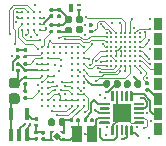
<source format=gbr>
%TF.GenerationSoftware,KiCad,Pcbnew,(5.1.6)-1*%
%TF.CreationDate,2021-06-02T19:48:48-07:00*%
%TF.ProjectId,Miniscope-v4-Wire-Free,4d696e69-7363-46f7-9065-2d76342d5769,rev?*%
%TF.SameCoordinates,Original*%
%TF.FileFunction,Copper,L6,Bot*%
%TF.FilePolarity,Positive*%
%FSLAX46Y46*%
G04 Gerber Fmt 4.6, Leading zero omitted, Abs format (unit mm)*
G04 Created by KiCad (PCBNEW (5.1.6)-1) date 2021-06-02 19:48:48*
%MOMM*%
%LPD*%
G01*
G04 APERTURE LIST*
%TA.AperFunction,SMDPad,CuDef*%
%ADD10R,0.340000X0.990000*%
%TD*%
%TA.AperFunction,SMDPad,CuDef*%
%ADD11C,0.250000*%
%TD*%
%TA.AperFunction,SMDPad,CuDef*%
%ADD12C,0.100000*%
%TD*%
%TA.AperFunction,SMDPad,CuDef*%
%ADD13R,1.650000X1.650000*%
%TD*%
%TA.AperFunction,SMDPad,CuDef*%
%ADD14C,0.228600*%
%TD*%
%TA.AperFunction,SMDPad,CuDef*%
%ADD15R,0.812800X1.320800*%
%TD*%
%TA.AperFunction,SMDPad,CuDef*%
%ADD16R,0.400000X0.700000*%
%TD*%
%TA.AperFunction,SMDPad,CuDef*%
%ADD17R,0.400000X0.250000*%
%TD*%
%TA.AperFunction,SMDPad,CuDef*%
%ADD18R,0.800000X1.000000*%
%TD*%
%TA.AperFunction,ViaPad*%
%ADD19C,0.304800*%
%TD*%
%TA.AperFunction,ViaPad*%
%ADD20C,0.254000*%
%TD*%
%TA.AperFunction,Conductor*%
%ADD21C,0.101600*%
%TD*%
%TA.AperFunction,Conductor*%
%ADD22C,0.152400*%
%TD*%
G04 APERTURE END LIST*
D10*
%TO.P,U9,5*%
%TO.N,+3V3*%
X81218400Y-67675600D03*
%TO.P,U9,4*%
%TO.N,Net-(L4-Pad1)*%
X79918400Y-67675600D03*
%TO.P,U9,3*%
X79918400Y-69495600D03*
%TO.P,U9,2*%
%TO.N,GND*%
X80568400Y-69495600D03*
%TO.P,U9,1*%
%TO.N,+1V8*%
X81218400Y-69495600D03*
%TD*%
%TO.P,C30,2*%
%TO.N,GND*%
%TA.AperFunction,SMDPad,CuDef*%
G36*
G01*
X81949100Y-68502400D02*
X82134100Y-68502400D01*
G75*
G02*
X82211600Y-68579900I0J-77500D01*
G01*
X82211600Y-68734900D01*
G75*
G02*
X82134100Y-68812400I-77500J0D01*
G01*
X81949100Y-68812400D01*
G75*
G02*
X81871600Y-68734900I0J77500D01*
G01*
X81871600Y-68579900D01*
G75*
G02*
X81949100Y-68502400I77500J0D01*
G01*
G37*
%TD.AperFunction*%
%TO.P,C30,1*%
%TO.N,+3V3*%
%TA.AperFunction,SMDPad,CuDef*%
G36*
G01*
X81949100Y-67952400D02*
X82134100Y-67952400D01*
G75*
G02*
X82211600Y-68029900I0J-77500D01*
G01*
X82211600Y-68184900D01*
G75*
G02*
X82134100Y-68262400I-77500J0D01*
G01*
X81949100Y-68262400D01*
G75*
G02*
X81871600Y-68184900I0J77500D01*
G01*
X81871600Y-68029900D01*
G75*
G02*
X81949100Y-67952400I77500J0D01*
G01*
G37*
%TD.AperFunction*%
%TD*%
D11*
%TO.P,U8,H11*%
%TO.N,+3V3*%
X82546000Y-61989600D03*
%TO.P,U8,H10*%
X82546000Y-62489600D03*
%TO.P,U8,H9*%
%TO.N,+1V8*%
X82546000Y-62989600D03*
%TO.P,U8,H8*%
%TO.N,GND*%
X82546000Y-63489600D03*
%TO.P,U8,H7*%
X82546000Y-63989600D03*
%TO.P,U8,H6*%
%TO.N,/VREF_BOTPLATE*%
X82546000Y-64489600D03*
%TO.P,U8,H5*%
%TO.N,GND*%
X82546000Y-64989600D03*
%TO.P,U8,H4*%
%TO.N,Net-(U8-PadH4)*%
X82546000Y-65489600D03*
%TO.P,U8,H3*%
%TO.N,Net-(U8-PadH3)*%
X82546000Y-65989600D03*
%TO.P,U8,H2*%
%TO.N,Net-(U8-PadH2)*%
X82546000Y-66489600D03*
%TO.P,U8,H1*%
%TO.N,Net-(U8-PadH1)*%
X82546000Y-66989600D03*
%TO.P,U8,G11*%
%TO.N,GND*%
X83046000Y-61989600D03*
%TO.P,U8,G10*%
%TO.N,/LOCK_DETECT*%
X83046000Y-62489600D03*
%TO.P,U8,G9*%
%TO.N,/CLK1_OUT*%
X83046000Y-62989600D03*
%TO.P,U8,G8*%
%TO.N,GND*%
X83046000Y-63489600D03*
%TO.P,U8,G7*%
X83046000Y-63989600D03*
%TO.P,U8,G6*%
X83046000Y-64489600D03*
%TO.P,U8,G5*%
%TO.N,/SPI1_MOSI*%
X83046000Y-64989600D03*
%TO.P,U8,G4*%
%TO.N,/SPI1_MISO*%
X83046000Y-65489600D03*
%TO.P,U8,G3*%
%TO.N,+3V3*%
X83046000Y-65989600D03*
%TO.P,U8,G2*%
%TO.N,GND*%
X83046000Y-66489600D03*
%TO.P,U8,G1*%
%TO.N,Net-(U8-PadG1)*%
X83046000Y-66989600D03*
%TO.P,U8,F11*%
%TO.N,+3V3*%
X83546000Y-61989600D03*
%TO.P,U8,F10*%
%TO.N,Net-(U8-PadF10)*%
X83546000Y-62489600D03*
%TO.P,U8,F2*%
%TO.N,/MONITOR2*%
X83546000Y-66489600D03*
%TO.P,U8,F1*%
%TO.N,Net-(U8-PadF1)*%
X83546000Y-66989600D03*
%TO.P,U8,E11*%
%TO.N,Net-(U8-PadE11)*%
X84046000Y-61989600D03*
%TO.P,U8,E10*%
%TO.N,Net-(U8-PadE10)*%
X84046000Y-62489600D03*
%TO.P,U8,E2*%
%TO.N,GND*%
X84046000Y-66489600D03*
%TO.P,U8,E1*%
%TO.N,Net-(U8-PadE1)*%
X84046000Y-66989600D03*
%TO.P,U8,D11*%
%TO.N,Net-(U8-PadD11)*%
X84546000Y-61989600D03*
%TO.P,U8,D10*%
%TO.N,Net-(U8-PadD10)*%
X84546000Y-62489600D03*
%TO.P,U8,D2*%
%TO.N,GND*%
X84546000Y-66489600D03*
%TO.P,U8,D1*%
%TO.N,/MONITOR1*%
X84546000Y-66989600D03*
%TO.P,U8,C11*%
%TO.N,Net-(U8-PadC11)*%
X85046000Y-61989600D03*
%TO.P,U8,C10*%
%TO.N,Net-(U8-PadC10)*%
X85046000Y-62489600D03*
%TO.P,U8,C9*%
%TO.N,Net-(U8-PadC9)*%
X85046000Y-62989600D03*
%TO.P,U8,C8*%
%TO.N,/PCC_DATA1*%
X85046000Y-63489600D03*
%TO.P,U8,C7*%
%TO.N,/PCC_DATA3*%
X85046000Y-63989600D03*
%TO.P,U8,C6*%
%TO.N,/PCC_DATA6*%
X85046000Y-64489600D03*
%TO.P,U8,C5*%
%TO.N,/PCC_DATA7*%
X85046000Y-64989600D03*
%TO.P,U8,C4*%
%TO.N,/RESET_N*%
X85046000Y-65489600D03*
%TO.P,U8,C3*%
%TO.N,/TRIGGER0*%
X85046000Y-65989600D03*
%TO.P,U8,C2*%
%TO.N,GND*%
X85046000Y-66489600D03*
%TO.P,U8,C1*%
%TO.N,/MONITOR0*%
X85046000Y-66989600D03*
%TO.P,U8,B11*%
%TO.N,Net-(U8-PadB11)*%
X85546000Y-61989600D03*
%TO.P,U8,B10*%
%TO.N,/VDD_PIX*%
X85546000Y-62489600D03*
%TO.P,U8,B9*%
%TO.N,Net-(U8-PadB9)*%
X85546000Y-62989600D03*
%TO.P,U8,B8*%
%TO.N,/PCC_DATA2*%
X85546000Y-63489600D03*
%TO.P,U8,B7*%
%TO.N,/PCC_DATA4*%
X85546000Y-63989600D03*
%TO.P,U8,B6*%
%TO.N,/VDD_PIX*%
X85546000Y-64489600D03*
%TO.P,U8,B5*%
%TO.N,/PCC_DEN2*%
X85546000Y-64989600D03*
%TO.P,U8,B4*%
%TO.N,/SPI1_SCK*%
X85546000Y-65489600D03*
%TO.P,U8,B3*%
%TO.N,GND*%
X85546000Y-65989600D03*
%TO.P,U8,B2*%
X85546000Y-66489600D03*
%TO.P,U8,B1*%
%TO.N,+3V3*%
X85546000Y-66989600D03*
%TO.P,U8,A11*%
%TO.N,GND*%
X86046000Y-61989600D03*
%TO.P,U8,A10*%
%TO.N,+1V8*%
X86046000Y-62489600D03*
%TO.P,U8,A9*%
%TO.N,/PCC_DATA0*%
X86046000Y-62989600D03*
%TO.P,U8,A8*%
%TO.N,/PCC_CLK*%
X86046000Y-63489600D03*
%TO.P,U8,A7*%
%TO.N,/PCC_DATA5*%
X86046000Y-63989600D03*
%TO.P,U8,A6*%
%TO.N,GND*%
X86046000Y-64489600D03*
%TO.P,U8,A5*%
%TO.N,/PCC_DEN1*%
X86046000Y-64989600D03*
%TO.P,U8,A4*%
%TO.N,/SPI1_NSS*%
X86046000Y-65489600D03*
%TO.P,U8,A3*%
%TO.N,GND*%
X86046000Y-65989600D03*
%TO.P,U8,A2*%
%TO.N,+1V8*%
X86046000Y-66489600D03*
%TO.P,U8,A1*%
%TO.N,/VDD_PIX*%
X86046000Y-66989600D03*
%TD*%
%TA.AperFunction,SMDPad,CuDef*%
D12*
%TO.P,U7,5*%
%TO.N,GND*%
G36*
X83819600Y-69211389D02*
G01*
X84159011Y-69550800D01*
X83819600Y-69890211D01*
X83480189Y-69550800D01*
X83819600Y-69211389D01*
G37*
%TD.AperFunction*%
%TA.AperFunction,SMDPad,CuDef*%
%TO.P,U7,1*%
%TO.N,/VDD_PIX*%
G36*
X84469600Y-69100800D02*
G01*
X84469600Y-69350800D01*
X84249600Y-69350800D01*
X83999600Y-69100800D01*
X84469600Y-69100800D01*
G37*
%TD.AperFunction*%
%TA.AperFunction,SMDPad,CuDef*%
%TO.P,U7,3*%
%TO.N,VDC*%
G36*
X83169600Y-70000800D02*
G01*
X83169600Y-69750800D01*
X83389600Y-69750800D01*
X83569600Y-69930800D01*
X83569600Y-70000800D01*
X83169600Y-70000800D01*
G37*
%TD.AperFunction*%
%TA.AperFunction,SMDPad,CuDef*%
%TO.P,U7,2*%
%TO.N,GND*%
G36*
X84249600Y-69750800D02*
G01*
X84469600Y-69750800D01*
X84469600Y-70000800D01*
X84069600Y-70000800D01*
X84069600Y-69930800D01*
X84249600Y-69750800D01*
G37*
%TD.AperFunction*%
%TA.AperFunction,SMDPad,CuDef*%
%TO.P,U7,4*%
%TO.N,VDC*%
G36*
X83389600Y-69350800D02*
G01*
X83169600Y-69350800D01*
X83169600Y-69100800D01*
X83569600Y-69100800D01*
X83569600Y-69170800D01*
X83389600Y-69350800D01*
G37*
%TD.AperFunction*%
%TD*%
%TO.P,U1,1*%
%TO.N,Net-(R17-Pad1)*%
%TA.AperFunction,SMDPad,CuDef*%
G36*
G01*
X88430600Y-65746100D02*
X88530600Y-65746100D01*
G75*
G02*
X88580600Y-65796100I0J-50000D01*
G01*
X88580600Y-66546100D01*
G75*
G02*
X88530600Y-66596100I-50000J0D01*
G01*
X88430600Y-66596100D01*
G75*
G02*
X88380600Y-66546100I0J50000D01*
G01*
X88380600Y-65796100D01*
G75*
G02*
X88430600Y-65746100I50000J0D01*
G01*
G37*
%TD.AperFunction*%
%TO.P,U1,2*%
%TO.N,GND*%
%TA.AperFunction,SMDPad,CuDef*%
G36*
G01*
X88830600Y-65746100D02*
X88930600Y-65746100D01*
G75*
G02*
X88980600Y-65796100I0J-50000D01*
G01*
X88980600Y-66546100D01*
G75*
G02*
X88930600Y-66596100I-50000J0D01*
G01*
X88830600Y-66596100D01*
G75*
G02*
X88780600Y-66546100I0J50000D01*
G01*
X88780600Y-65796100D01*
G75*
G02*
X88830600Y-65746100I50000J0D01*
G01*
G37*
%TD.AperFunction*%
%TO.P,U1,3*%
%TO.N,/PUSH_BUT_MCU*%
%TA.AperFunction,SMDPad,CuDef*%
G36*
G01*
X89230600Y-65746100D02*
X89330600Y-65746100D01*
G75*
G02*
X89380600Y-65796100I0J-50000D01*
G01*
X89380600Y-66546100D01*
G75*
G02*
X89330600Y-66596100I-50000J0D01*
G01*
X89230600Y-66596100D01*
G75*
G02*
X89180600Y-66546100I0J50000D01*
G01*
X89180600Y-65796100D01*
G75*
G02*
X89230600Y-65746100I50000J0D01*
G01*
G37*
%TD.AperFunction*%
%TO.P,U1,4*%
%TO.N,Net-(U1-Pad4)*%
%TA.AperFunction,SMDPad,CuDef*%
G36*
G01*
X89630600Y-65746100D02*
X89730600Y-65746100D01*
G75*
G02*
X89780600Y-65796100I0J-50000D01*
G01*
X89780600Y-66546100D01*
G75*
G02*
X89730600Y-66596100I-50000J0D01*
G01*
X89630600Y-66596100D01*
G75*
G02*
X89580600Y-66546100I0J50000D01*
G01*
X89580600Y-65796100D01*
G75*
G02*
X89630600Y-65746100I50000J0D01*
G01*
G37*
%TD.AperFunction*%
%TO.P,U1,5*%
%TO.N,/nON*%
%TA.AperFunction,SMDPad,CuDef*%
G36*
G01*
X90030600Y-65746100D02*
X90130600Y-65746100D01*
G75*
G02*
X90180600Y-65796100I0J-50000D01*
G01*
X90180600Y-66546100D01*
G75*
G02*
X90130600Y-66596100I-50000J0D01*
G01*
X90030600Y-66596100D01*
G75*
G02*
X89980600Y-66546100I0J50000D01*
G01*
X89980600Y-65796100D01*
G75*
G02*
X90030600Y-65746100I50000J0D01*
G01*
G37*
%TD.AperFunction*%
%TO.P,U1,6*%
%TO.N,Net-(C3-Pad2)*%
%TA.AperFunction,SMDPad,CuDef*%
G36*
G01*
X90355600Y-66721100D02*
X91105600Y-66721100D01*
G75*
G02*
X91155600Y-66771100I0J-50000D01*
G01*
X91155600Y-66871100D01*
G75*
G02*
X91105600Y-66921100I-50000J0D01*
G01*
X90355600Y-66921100D01*
G75*
G02*
X90305600Y-66871100I0J50000D01*
G01*
X90305600Y-66771100D01*
G75*
G02*
X90355600Y-66721100I50000J0D01*
G01*
G37*
%TD.AperFunction*%
%TO.P,U1,7*%
%TO.N,Net-(C4-Pad2)*%
%TA.AperFunction,SMDPad,CuDef*%
G36*
G01*
X90355600Y-67121100D02*
X91105600Y-67121100D01*
G75*
G02*
X91155600Y-67171100I0J-50000D01*
G01*
X91155600Y-67271100D01*
G75*
G02*
X91105600Y-67321100I-50000J0D01*
G01*
X90355600Y-67321100D01*
G75*
G02*
X90305600Y-67271100I0J50000D01*
G01*
X90305600Y-67171100D01*
G75*
G02*
X90355600Y-67121100I50000J0D01*
G01*
G37*
%TD.AperFunction*%
%TO.P,U1,8*%
%TO.N,/3V3_EN*%
%TA.AperFunction,SMDPad,CuDef*%
G36*
G01*
X90355600Y-67521100D02*
X91105600Y-67521100D01*
G75*
G02*
X91155600Y-67571100I0J-50000D01*
G01*
X91155600Y-67671100D01*
G75*
G02*
X91105600Y-67721100I-50000J0D01*
G01*
X90355600Y-67721100D01*
G75*
G02*
X90305600Y-67671100I0J50000D01*
G01*
X90305600Y-67571100D01*
G75*
G02*
X90355600Y-67521100I50000J0D01*
G01*
G37*
%TD.AperFunction*%
%TO.P,U1,9*%
%TO.N,+1V8*%
%TA.AperFunction,SMDPad,CuDef*%
G36*
G01*
X90355600Y-67921100D02*
X91105600Y-67921100D01*
G75*
G02*
X91155600Y-67971100I0J-50000D01*
G01*
X91155600Y-68071100D01*
G75*
G02*
X91105600Y-68121100I-50000J0D01*
G01*
X90355600Y-68121100D01*
G75*
G02*
X90305600Y-68071100I0J50000D01*
G01*
X90305600Y-67971100D01*
G75*
G02*
X90355600Y-67921100I50000J0D01*
G01*
G37*
%TD.AperFunction*%
%TO.P,U1,10*%
%TO.N,GND*%
%TA.AperFunction,SMDPad,CuDef*%
G36*
G01*
X90355600Y-68321100D02*
X91105600Y-68321100D01*
G75*
G02*
X91155600Y-68371100I0J-50000D01*
G01*
X91155600Y-68471100D01*
G75*
G02*
X91105600Y-68521100I-50000J0D01*
G01*
X90355600Y-68521100D01*
G75*
G02*
X90305600Y-68471100I0J50000D01*
G01*
X90305600Y-68371100D01*
G75*
G02*
X90355600Y-68321100I50000J0D01*
G01*
G37*
%TD.AperFunction*%
%TO.P,U1,11*%
%TO.N,Net-(L2-Pad1)*%
%TA.AperFunction,SMDPad,CuDef*%
G36*
G01*
X90030600Y-68646100D02*
X90130600Y-68646100D01*
G75*
G02*
X90180600Y-68696100I0J-50000D01*
G01*
X90180600Y-69446100D01*
G75*
G02*
X90130600Y-69496100I-50000J0D01*
G01*
X90030600Y-69496100D01*
G75*
G02*
X89980600Y-69446100I0J50000D01*
G01*
X89980600Y-68696100D01*
G75*
G02*
X90030600Y-68646100I50000J0D01*
G01*
G37*
%TD.AperFunction*%
%TO.P,U1,12*%
%TO.N,VDC*%
%TA.AperFunction,SMDPad,CuDef*%
G36*
G01*
X89630600Y-68646100D02*
X89730600Y-68646100D01*
G75*
G02*
X89780600Y-68696100I0J-50000D01*
G01*
X89780600Y-69446100D01*
G75*
G02*
X89730600Y-69496100I-50000J0D01*
G01*
X89630600Y-69496100D01*
G75*
G02*
X89580600Y-69446100I0J50000D01*
G01*
X89580600Y-68696100D01*
G75*
G02*
X89630600Y-68646100I50000J0D01*
G01*
G37*
%TD.AperFunction*%
%TO.P,U1,13*%
%TO.N,Net-(L1-Pad1)*%
%TA.AperFunction,SMDPad,CuDef*%
G36*
G01*
X89230600Y-68646100D02*
X89330600Y-68646100D01*
G75*
G02*
X89380600Y-68696100I0J-50000D01*
G01*
X89380600Y-69446100D01*
G75*
G02*
X89330600Y-69496100I-50000J0D01*
G01*
X89230600Y-69496100D01*
G75*
G02*
X89180600Y-69446100I0J50000D01*
G01*
X89180600Y-68696100D01*
G75*
G02*
X89230600Y-68646100I50000J0D01*
G01*
G37*
%TD.AperFunction*%
%TO.P,U1,14*%
%TO.N,/nCHRG*%
%TA.AperFunction,SMDPad,CuDef*%
G36*
G01*
X88830600Y-68646100D02*
X88930600Y-68646100D01*
G75*
G02*
X88980600Y-68696100I0J-50000D01*
G01*
X88980600Y-69446100D01*
G75*
G02*
X88930600Y-69496100I-50000J0D01*
G01*
X88830600Y-69496100D01*
G75*
G02*
X88780600Y-69446100I0J50000D01*
G01*
X88780600Y-68696100D01*
G75*
G02*
X88830600Y-68646100I50000J0D01*
G01*
G37*
%TD.AperFunction*%
%TO.P,U1,15*%
%TO.N,GND*%
%TA.AperFunction,SMDPad,CuDef*%
G36*
G01*
X88430600Y-68646100D02*
X88530600Y-68646100D01*
G75*
G02*
X88580600Y-68696100I0J-50000D01*
G01*
X88580600Y-69446100D01*
G75*
G02*
X88530600Y-69496100I-50000J0D01*
G01*
X88430600Y-69496100D01*
G75*
G02*
X88380600Y-69446100I0J50000D01*
G01*
X88380600Y-68696100D01*
G75*
G02*
X88430600Y-68646100I50000J0D01*
G01*
G37*
%TD.AperFunction*%
%TO.P,U1,16*%
%TO.N,Net-(R1-Pad1)*%
%TA.AperFunction,SMDPad,CuDef*%
G36*
G01*
X87455600Y-68321100D02*
X88205600Y-68321100D01*
G75*
G02*
X88255600Y-68371100I0J-50000D01*
G01*
X88255600Y-68471100D01*
G75*
G02*
X88205600Y-68521100I-50000J0D01*
G01*
X87455600Y-68521100D01*
G75*
G02*
X87405600Y-68471100I0J50000D01*
G01*
X87405600Y-68371100D01*
G75*
G02*
X87455600Y-68321100I50000J0D01*
G01*
G37*
%TD.AperFunction*%
%TO.P,U1,17*%
%TO.N,/BAT+*%
%TA.AperFunction,SMDPad,CuDef*%
G36*
G01*
X87455600Y-67921100D02*
X88205600Y-67921100D01*
G75*
G02*
X88255600Y-67971100I0J-50000D01*
G01*
X88255600Y-68071100D01*
G75*
G02*
X88205600Y-68121100I-50000J0D01*
G01*
X87455600Y-68121100D01*
G75*
G02*
X87405600Y-68071100I0J50000D01*
G01*
X87405600Y-67971100D01*
G75*
G02*
X87455600Y-67921100I50000J0D01*
G01*
G37*
%TD.AperFunction*%
%TO.P,U1,18*%
%TO.N,VDC*%
%TA.AperFunction,SMDPad,CuDef*%
G36*
G01*
X87455600Y-67521100D02*
X88205600Y-67521100D01*
G75*
G02*
X88255600Y-67571100I0J-50000D01*
G01*
X88255600Y-67671100D01*
G75*
G02*
X88205600Y-67721100I-50000J0D01*
G01*
X87455600Y-67721100D01*
G75*
G02*
X87405600Y-67671100I0J50000D01*
G01*
X87405600Y-67571100D01*
G75*
G02*
X87455600Y-67521100I50000J0D01*
G01*
G37*
%TD.AperFunction*%
%TO.P,U1,19*%
%TO.N,Net-(U1-Pad19)*%
%TA.AperFunction,SMDPad,CuDef*%
G36*
G01*
X87455600Y-67121100D02*
X88205600Y-67121100D01*
G75*
G02*
X88255600Y-67171100I0J-50000D01*
G01*
X88255600Y-67271100D01*
G75*
G02*
X88205600Y-67321100I-50000J0D01*
G01*
X87455600Y-67321100D01*
G75*
G02*
X87405600Y-67271100I0J50000D01*
G01*
X87405600Y-67171100D01*
G75*
G02*
X87455600Y-67121100I50000J0D01*
G01*
G37*
%TD.AperFunction*%
%TO.P,U1,20*%
%TO.N,/USB_VBUS*%
%TA.AperFunction,SMDPad,CuDef*%
G36*
G01*
X87455600Y-66721100D02*
X88205600Y-66721100D01*
G75*
G02*
X88255600Y-66771100I0J-50000D01*
G01*
X88255600Y-66871100D01*
G75*
G02*
X88205600Y-66921100I-50000J0D01*
G01*
X87455600Y-66921100D01*
G75*
G02*
X87405600Y-66871100I0J50000D01*
G01*
X87405600Y-66771100D01*
G75*
G02*
X87455600Y-66721100I50000J0D01*
G01*
G37*
%TD.AperFunction*%
D13*
%TO.P,U1,21*%
%TO.N,GND*%
X89280600Y-67621100D03*
%TD*%
D14*
%TO.P,U6,H8*%
%TO.N,/SDMMC1_CMD*%
X87982200Y-60798200D03*
%TO.P,U6,H7*%
%TO.N,/SDMMC1_D1*%
X87982200Y-61198200D03*
%TO.P,U6,H6*%
%TO.N,/SDMMC1_D3*%
X87982200Y-61598200D03*
%TO.P,U6,H5*%
%TO.N,/SPI1_NSS*%
X87982200Y-61998200D03*
%TO.P,U6,H4*%
%TO.N,/RESET_N*%
X87982200Y-62398200D03*
%TO.P,U6,H3*%
%TO.N,/CLK1_OUT*%
X87982200Y-62798200D03*
%TO.P,U6,H2*%
%TO.N,/TRIGGER0*%
X87982200Y-63198200D03*
%TO.P,U6,H1*%
%TO.N,/PCC_CLK*%
X87982200Y-63598200D03*
%TO.P,U6,G8*%
%TO.N,/MONITOR0*%
X88382200Y-60798200D03*
%TO.P,U6,G7*%
%TO.N,/SPI1_MISO*%
X88382200Y-61198200D03*
%TO.P,U6,G6*%
%TO.N,/SDMMC1_D0*%
X88382200Y-61598200D03*
%TO.P,U6,G5*%
%TO.N,/SDMMC1_D2*%
X88382200Y-61998200D03*
%TO.P,U6,G4*%
%TO.N,/SDMMC1_CK*%
X88382200Y-62398200D03*
%TO.P,U6,G3*%
%TO.N,/PCC_DEN1*%
X88382200Y-62798200D03*
%TO.P,U6,G2*%
%TO.N,/PCC_DEN2*%
X88382200Y-63198200D03*
%TO.P,U6,G1*%
%TO.N,/PCC_DATA0*%
X88382200Y-63598200D03*
%TO.P,U6,F8*%
%TO.N,/LED_STATUS*%
X88782200Y-60798200D03*
%TO.P,U6,F7*%
%TO.N,/SPI1_MOSI*%
X88782200Y-61198200D03*
%TO.P,U6,F6*%
%TO.N,/SPI1_SCK*%
X88782200Y-61598200D03*
%TO.P,U6,F5*%
%TO.N,Net-(U6-PadF5)*%
X88782200Y-61998200D03*
%TO.P,U6,F4*%
%TO.N,GND*%
X88782200Y-62398200D03*
%TO.P,U6,F3*%
X88782200Y-62798200D03*
%TO.P,U6,F2*%
%TO.N,/PCC_DEN1*%
X88782200Y-63198200D03*
%TO.P,U6,F1*%
%TO.N,/PCC_DATA1*%
X88782200Y-63598200D03*
%TO.P,U6,E8*%
%TO.N,/VDDA*%
X89182200Y-60798200D03*
%TO.P,U6,E7*%
%TO.N,Net-(U6-PadE7)*%
X89182200Y-61198200D03*
%TO.P,U6,E6*%
%TO.N,Net-(U6-PadE6)*%
X89182200Y-61598200D03*
%TO.P,U6,E5*%
%TO.N,GND*%
X89182200Y-61998200D03*
%TO.P,U6,E4*%
%TO.N,+1V8*%
X89182200Y-62398200D03*
%TO.P,U6,E3*%
X89182200Y-62798200D03*
%TO.P,U6,E2*%
%TO.N,/PCC_DATA3*%
X89182200Y-63198200D03*
%TO.P,U6,E1*%
%TO.N,/PCC_DATA2*%
X89182200Y-63598200D03*
%TO.P,U6,D8*%
%TO.N,/SD_DET*%
X89582200Y-60798200D03*
%TO.P,U6,D7*%
%TO.N,Net-(U6-PadD7)*%
X89582200Y-61198200D03*
%TO.P,U6,D6*%
%TO.N,Net-(U6-PadD6)*%
X89582200Y-61598200D03*
%TO.P,U6,D5*%
%TO.N,/SWDIO*%
X89582200Y-61998200D03*
%TO.P,U6,D4*%
%TO.N,/UART_TX*%
X89582200Y-62398200D03*
%TO.P,U6,D3*%
%TO.N,/PCC_DATA5*%
X89582200Y-62798200D03*
%TO.P,U6,D2*%
%TO.N,/PCC_DATA4*%
X89582200Y-63198200D03*
%TO.P,U6,D1*%
%TO.N,/UART_RX*%
X89582200Y-63598200D03*
%TO.P,U6,C8*%
%TO.N,/XOUT32*%
X89982200Y-60798200D03*
%TO.P,U6,C7*%
%TO.N,/ADC0*%
X89982200Y-61198200D03*
%TO.P,U6,C6*%
%TO.N,Net-(U6-PadC6)*%
X89982200Y-61598200D03*
%TO.P,U6,C5*%
%TO.N,/SWCLK*%
X89982200Y-61998200D03*
%TO.P,U6,C4*%
%TO.N,GND*%
X89982200Y-62398200D03*
%TO.P,U6,C3*%
%TO.N,+1V8*%
X89982200Y-62798200D03*
%TO.P,U6,C2*%
%TO.N,/PCC_DATA7*%
X89982200Y-63198200D03*
%TO.P,U6,C1*%
%TO.N,/PCC_DATA6*%
X89982200Y-63598200D03*
%TO.P,U6,B8*%
%TO.N,/XIN32*%
X90382200Y-60798200D03*
%TO.P,U6,B7*%
%TO.N,/ENT*%
X90382200Y-61198200D03*
%TO.P,U6,B6*%
%TO.N,Net-(U6-PadB6)*%
X90382200Y-61598200D03*
%TO.P,U6,B5*%
%TO.N,+1V8*%
X90382200Y-61998200D03*
%TO.P,U6,B4*%
%TO.N,/nRESET*%
X90382200Y-62398200D03*
%TO.P,U6,B3*%
%TO.N,Net-(U6-PadB3)*%
X90382200Y-62798200D03*
%TO.P,U6,B2*%
%TO.N,GND*%
X90382200Y-63198200D03*
%TO.P,U6,B1*%
%TO.N,/3V3_EN*%
X90382200Y-63598200D03*
%TO.P,U6,A8*%
%TO.N,/I2C_BB_SCL*%
X90782200Y-60798200D03*
%TO.P,U6,A7*%
%TO.N,/I2C_BB_SDA*%
X90782200Y-61198200D03*
%TO.P,U6,A6*%
%TO.N,/LED_PWM*%
X90782200Y-61598200D03*
%TO.P,U6,A5*%
%TO.N,Net-(L5-Pad2)*%
X90782200Y-61998200D03*
%TO.P,U6,A4*%
%TO.N,/VDDCORE*%
X90782200Y-62398200D03*
%TO.P,U6,A3*%
%TO.N,/nCHRG*%
X90782200Y-62798200D03*
%TO.P,U6,A2*%
%TO.N,/IR_REC*%
X90782200Y-63198200D03*
%TO.P,U6,A1*%
%TO.N,/PUSH_BUT_MCU*%
X90782200Y-63598200D03*
%TD*%
D15*
%TO.P,J9,1*%
%TO.N,GND*%
X85446800Y-69347600D03*
%TD*%
%TO.P,J10,1*%
%TO.N,/BAT+*%
X86716800Y-69347600D03*
%TD*%
%TO.P,L4,2*%
%TO.N,/VREF_BOTPLATE*%
%TA.AperFunction,SMDPad,CuDef*%
G36*
G01*
X80399500Y-65516200D02*
X79924500Y-65516200D01*
G75*
G02*
X79702000Y-65293700I0J222500D01*
G01*
X79702000Y-64848700D01*
G75*
G02*
X79924500Y-64626200I222500J0D01*
G01*
X80399500Y-64626200D01*
G75*
G02*
X80622000Y-64848700I0J-222500D01*
G01*
X80622000Y-65293700D01*
G75*
G02*
X80399500Y-65516200I-222500J0D01*
G01*
G37*
%TD.AperFunction*%
%TO.P,L4,1*%
%TO.N,Net-(L4-Pad1)*%
%TA.AperFunction,SMDPad,CuDef*%
G36*
G01*
X80399500Y-66846200D02*
X79924500Y-66846200D01*
G75*
G02*
X79702000Y-66623700I0J222500D01*
G01*
X79702000Y-66178700D01*
G75*
G02*
X79924500Y-65956200I222500J0D01*
G01*
X80399500Y-65956200D01*
G75*
G02*
X80622000Y-66178700I0J-222500D01*
G01*
X80622000Y-66623700D01*
G75*
G02*
X80399500Y-66846200I-222500J0D01*
G01*
G37*
%TD.AperFunction*%
%TD*%
%TO.P,C49,2*%
%TO.N,GND*%
%TA.AperFunction,SMDPad,CuDef*%
G36*
G01*
X81022000Y-63842200D02*
X81207000Y-63842200D01*
G75*
G02*
X81284500Y-63919700I0J-77500D01*
G01*
X81284500Y-64074700D01*
G75*
G02*
X81207000Y-64152200I-77500J0D01*
G01*
X81022000Y-64152200D01*
G75*
G02*
X80944500Y-64074700I0J77500D01*
G01*
X80944500Y-63919700D01*
G75*
G02*
X81022000Y-63842200I77500J0D01*
G01*
G37*
%TD.AperFunction*%
%TO.P,C49,1*%
%TO.N,+1V8*%
%TA.AperFunction,SMDPad,CuDef*%
G36*
G01*
X81022000Y-63292200D02*
X81207000Y-63292200D01*
G75*
G02*
X81284500Y-63369700I0J-77500D01*
G01*
X81284500Y-63524700D01*
G75*
G02*
X81207000Y-63602200I-77500J0D01*
G01*
X81022000Y-63602200D01*
G75*
G02*
X80944500Y-63524700I0J77500D01*
G01*
X80944500Y-63369700D01*
G75*
G02*
X81022000Y-63292200I77500J0D01*
G01*
G37*
%TD.AperFunction*%
%TD*%
D11*
%TO.P,U4,A1*%
%TO.N,/SDMMC1_D2*%
X82309000Y-59073300D03*
%TO.P,U4,B1*%
%TO.N,/SDMMC1_D1*%
X82309000Y-59573300D03*
%TO.P,U4,C1*%
%TO.N,+1V8*%
X82309000Y-60073300D03*
%TO.P,U4,D1*%
%TO.N,/SDMMC1_D0*%
X82309000Y-60573300D03*
%TO.P,U4,A2*%
%TO.N,/SD_DAT2*%
X81809000Y-59073300D03*
%TO.P,U4,B2*%
%TO.N,/SD_DAT1*%
X81809000Y-59573300D03*
%TO.P,U4,C2*%
%TO.N,+3V3*%
X81809000Y-60073300D03*
%TO.P,U4,D2*%
%TO.N,/SD_DAT0*%
X81809000Y-60573300D03*
%TO.P,U4,A3*%
%TO.N,/SD_DAT3*%
X81309000Y-59073300D03*
%TO.P,U4,B3*%
%TO.N,/SD_CMD*%
X81309000Y-59573300D03*
%TO.P,U4,C3*%
%TO.N,GND*%
X81309000Y-60073300D03*
%TO.P,U4,D3*%
%TO.N,/SD_CLK*%
X81309000Y-60573300D03*
%TO.P,U4,A4*%
%TO.N,/SDMMC1_D3*%
X80809000Y-59073300D03*
%TO.P,U4,B4*%
%TO.N,/SDMMC1_CMD*%
X80809000Y-59573300D03*
%TO.P,U4,C4*%
%TO.N,+1V8*%
X80809000Y-60073300D03*
%TO.P,U4,D4*%
%TO.N,/SDMMC1_CK*%
X80809000Y-60573300D03*
%TD*%
%TO.P,C53,2*%
%TO.N,GND*%
%TA.AperFunction,SMDPad,CuDef*%
G36*
G01*
X81021900Y-65010600D02*
X81206900Y-65010600D01*
G75*
G02*
X81284400Y-65088100I0J-77500D01*
G01*
X81284400Y-65243100D01*
G75*
G02*
X81206900Y-65320600I-77500J0D01*
G01*
X81021900Y-65320600D01*
G75*
G02*
X80944400Y-65243100I0J77500D01*
G01*
X80944400Y-65088100D01*
G75*
G02*
X81021900Y-65010600I77500J0D01*
G01*
G37*
%TD.AperFunction*%
%TO.P,C53,1*%
%TO.N,/VREF_BOTPLATE*%
%TA.AperFunction,SMDPad,CuDef*%
G36*
G01*
X81021900Y-64460600D02*
X81206900Y-64460600D01*
G75*
G02*
X81284400Y-64538100I0J-77500D01*
G01*
X81284400Y-64693100D01*
G75*
G02*
X81206900Y-64770600I-77500J0D01*
G01*
X81021900Y-64770600D01*
G75*
G02*
X80944400Y-64693100I0J77500D01*
G01*
X80944400Y-64538100D01*
G75*
G02*
X81021900Y-64460600I77500J0D01*
G01*
G37*
%TD.AperFunction*%
%TD*%
%TO.P,C52,2*%
%TO.N,GND*%
%TA.AperFunction,SMDPad,CuDef*%
G36*
G01*
X85869100Y-59960400D02*
X85529100Y-59960400D01*
G75*
G02*
X85384100Y-59815400I0J145000D01*
G01*
X85384100Y-59525400D01*
G75*
G02*
X85529100Y-59380400I145000J0D01*
G01*
X85869100Y-59380400D01*
G75*
G02*
X86014100Y-59525400I0J-145000D01*
G01*
X86014100Y-59815400D01*
G75*
G02*
X85869100Y-59960400I-145000J0D01*
G01*
G37*
%TD.AperFunction*%
%TO.P,C52,1*%
%TO.N,+1V8*%
%TA.AperFunction,SMDPad,CuDef*%
G36*
G01*
X85869100Y-60850400D02*
X85529100Y-60850400D01*
G75*
G02*
X85384100Y-60705400I0J145000D01*
G01*
X85384100Y-60415400D01*
G75*
G02*
X85529100Y-60270400I145000J0D01*
G01*
X85869100Y-60270400D01*
G75*
G02*
X86014100Y-60415400I0J-145000D01*
G01*
X86014100Y-60705400D01*
G75*
G02*
X85869100Y-60850400I-145000J0D01*
G01*
G37*
%TD.AperFunction*%
%TD*%
%TO.P,C51,2*%
%TO.N,GND*%
%TA.AperFunction,SMDPad,CuDef*%
G36*
G01*
X83613800Y-68212400D02*
X83613800Y-68552400D01*
G75*
G02*
X83468800Y-68697400I-145000J0D01*
G01*
X83178800Y-68697400D01*
G75*
G02*
X83033800Y-68552400I0J145000D01*
G01*
X83033800Y-68212400D01*
G75*
G02*
X83178800Y-68067400I145000J0D01*
G01*
X83468800Y-68067400D01*
G75*
G02*
X83613800Y-68212400I0J-145000D01*
G01*
G37*
%TD.AperFunction*%
%TO.P,C51,1*%
%TO.N,/VDD_PIX*%
%TA.AperFunction,SMDPad,CuDef*%
G36*
G01*
X84503800Y-68212400D02*
X84503800Y-68552400D01*
G75*
G02*
X84358800Y-68697400I-145000J0D01*
G01*
X84068800Y-68697400D01*
G75*
G02*
X83923800Y-68552400I0J145000D01*
G01*
X83923800Y-68212400D01*
G75*
G02*
X84068800Y-68067400I145000J0D01*
G01*
X84358800Y-68067400D01*
G75*
G02*
X84503800Y-68212400I0J-145000D01*
G01*
G37*
%TD.AperFunction*%
%TD*%
%TO.P,C50,2*%
%TO.N,GND*%
%TA.AperFunction,SMDPad,CuDef*%
G36*
G01*
X84929300Y-59985800D02*
X84589300Y-59985800D01*
G75*
G02*
X84444300Y-59840800I0J145000D01*
G01*
X84444300Y-59550800D01*
G75*
G02*
X84589300Y-59405800I145000J0D01*
G01*
X84929300Y-59405800D01*
G75*
G02*
X85074300Y-59550800I0J-145000D01*
G01*
X85074300Y-59840800D01*
G75*
G02*
X84929300Y-59985800I-145000J0D01*
G01*
G37*
%TD.AperFunction*%
%TO.P,C50,1*%
%TO.N,+3V3*%
%TA.AperFunction,SMDPad,CuDef*%
G36*
G01*
X84929300Y-60875800D02*
X84589300Y-60875800D01*
G75*
G02*
X84444300Y-60730800I0J145000D01*
G01*
X84444300Y-60440800D01*
G75*
G02*
X84589300Y-60295800I145000J0D01*
G01*
X84929300Y-60295800D01*
G75*
G02*
X85074300Y-60440800I0J-145000D01*
G01*
X85074300Y-60730800D01*
G75*
G02*
X84929300Y-60875800I-145000J0D01*
G01*
G37*
%TD.AperFunction*%
%TD*%
%TO.P,C11,2*%
%TO.N,GND*%
%TA.AperFunction,SMDPad,CuDef*%
G36*
G01*
X80546600Y-62446500D02*
X80361600Y-62446500D01*
G75*
G02*
X80284100Y-62369000I0J77500D01*
G01*
X80284100Y-62214000D01*
G75*
G02*
X80361600Y-62136500I77500J0D01*
G01*
X80546600Y-62136500D01*
G75*
G02*
X80624100Y-62214000I0J-77500D01*
G01*
X80624100Y-62369000D01*
G75*
G02*
X80546600Y-62446500I-77500J0D01*
G01*
G37*
%TD.AperFunction*%
%TO.P,C11,1*%
%TO.N,+3V3*%
%TA.AperFunction,SMDPad,CuDef*%
G36*
G01*
X80546600Y-62996500D02*
X80361600Y-62996500D01*
G75*
G02*
X80284100Y-62919000I0J77500D01*
G01*
X80284100Y-62764000D01*
G75*
G02*
X80361600Y-62686500I77500J0D01*
G01*
X80546600Y-62686500D01*
G75*
G02*
X80624100Y-62764000I0J-77500D01*
G01*
X80624100Y-62919000D01*
G75*
G02*
X80546600Y-62996500I-77500J0D01*
G01*
G37*
%TD.AperFunction*%
%TD*%
%TO.P,C6,2*%
%TO.N,GND*%
%TA.AperFunction,SMDPad,CuDef*%
G36*
G01*
X88283400Y-64964000D02*
X88283400Y-65304000D01*
G75*
G02*
X88138400Y-65449000I-145000J0D01*
G01*
X87848400Y-65449000D01*
G75*
G02*
X87703400Y-65304000I0J145000D01*
G01*
X87703400Y-64964000D01*
G75*
G02*
X87848400Y-64819000I145000J0D01*
G01*
X88138400Y-64819000D01*
G75*
G02*
X88283400Y-64964000I0J-145000D01*
G01*
G37*
%TD.AperFunction*%
%TO.P,C6,1*%
%TO.N,+1V8*%
%TA.AperFunction,SMDPad,CuDef*%
G36*
G01*
X89173400Y-64964000D02*
X89173400Y-65304000D01*
G75*
G02*
X89028400Y-65449000I-145000J0D01*
G01*
X88738400Y-65449000D01*
G75*
G02*
X88593400Y-65304000I0J145000D01*
G01*
X88593400Y-64964000D01*
G75*
G02*
X88738400Y-64819000I145000J0D01*
G01*
X89028400Y-64819000D01*
G75*
G02*
X89173400Y-64964000I0J-145000D01*
G01*
G37*
%TD.AperFunction*%
%TD*%
%TO.P,C7,2*%
%TO.N,GND*%
%TA.AperFunction,SMDPad,CuDef*%
G36*
G01*
X90346000Y-65329400D02*
X90346000Y-64989400D01*
G75*
G02*
X90491000Y-64844400I145000J0D01*
G01*
X90781000Y-64844400D01*
G75*
G02*
X90926000Y-64989400I0J-145000D01*
G01*
X90926000Y-65329400D01*
G75*
G02*
X90781000Y-65474400I-145000J0D01*
G01*
X90491000Y-65474400D01*
G75*
G02*
X90346000Y-65329400I0J145000D01*
G01*
G37*
%TD.AperFunction*%
%TO.P,C7,1*%
%TO.N,+3V3*%
%TA.AperFunction,SMDPad,CuDef*%
G36*
G01*
X89456000Y-65329400D02*
X89456000Y-64989400D01*
G75*
G02*
X89601000Y-64844400I145000J0D01*
G01*
X89891000Y-64844400D01*
G75*
G02*
X90036000Y-64989400I0J-145000D01*
G01*
X90036000Y-65329400D01*
G75*
G02*
X89891000Y-65474400I-145000J0D01*
G01*
X89601000Y-65474400D01*
G75*
G02*
X89456000Y-65329400I0J145000D01*
G01*
G37*
%TD.AperFunction*%
%TD*%
%TO.P,C10,2*%
%TO.N,GND*%
%TA.AperFunction,SMDPad,CuDef*%
G36*
G01*
X84039000Y-59017500D02*
X83854000Y-59017500D01*
G75*
G02*
X83776500Y-58940000I0J77500D01*
G01*
X83776500Y-58785000D01*
G75*
G02*
X83854000Y-58707500I77500J0D01*
G01*
X84039000Y-58707500D01*
G75*
G02*
X84116500Y-58785000I0J-77500D01*
G01*
X84116500Y-58940000D01*
G75*
G02*
X84039000Y-59017500I-77500J0D01*
G01*
G37*
%TD.AperFunction*%
%TO.P,C10,1*%
%TO.N,+3V3*%
%TA.AperFunction,SMDPad,CuDef*%
G36*
G01*
X84039000Y-59567500D02*
X83854000Y-59567500D01*
G75*
G02*
X83776500Y-59490000I0J77500D01*
G01*
X83776500Y-59335000D01*
G75*
G02*
X83854000Y-59257500I77500J0D01*
G01*
X84039000Y-59257500D01*
G75*
G02*
X84116500Y-59335000I0J-77500D01*
G01*
X84116500Y-59490000D01*
G75*
G02*
X84039000Y-59567500I-77500J0D01*
G01*
G37*
%TD.AperFunction*%
%TD*%
%TO.P,C9,2*%
%TO.N,GND*%
%TA.AperFunction,SMDPad,CuDef*%
G36*
G01*
X83404000Y-59017500D02*
X83219000Y-59017500D01*
G75*
G02*
X83141500Y-58940000I0J77500D01*
G01*
X83141500Y-58785000D01*
G75*
G02*
X83219000Y-58707500I77500J0D01*
G01*
X83404000Y-58707500D01*
G75*
G02*
X83481500Y-58785000I0J-77500D01*
G01*
X83481500Y-58940000D01*
G75*
G02*
X83404000Y-59017500I-77500J0D01*
G01*
G37*
%TD.AperFunction*%
%TO.P,C9,1*%
%TO.N,+1V8*%
%TA.AperFunction,SMDPad,CuDef*%
G36*
G01*
X83404000Y-59567500D02*
X83219000Y-59567500D01*
G75*
G02*
X83141500Y-59490000I0J77500D01*
G01*
X83141500Y-59335000D01*
G75*
G02*
X83219000Y-59257500I77500J0D01*
G01*
X83404000Y-59257500D01*
G75*
G02*
X83481500Y-59335000I0J-77500D01*
G01*
X83481500Y-59490000D01*
G75*
G02*
X83404000Y-59567500I-77500J0D01*
G01*
G37*
%TD.AperFunction*%
%TD*%
%TO.P,C40,2*%
%TO.N,GND*%
%TA.AperFunction,SMDPad,CuDef*%
G36*
G01*
X81206900Y-65939000D02*
X81021900Y-65939000D01*
G75*
G02*
X80944400Y-65861500I0J77500D01*
G01*
X80944400Y-65706500D01*
G75*
G02*
X81021900Y-65629000I77500J0D01*
G01*
X81206900Y-65629000D01*
G75*
G02*
X81284400Y-65706500I0J-77500D01*
G01*
X81284400Y-65861500D01*
G75*
G02*
X81206900Y-65939000I-77500J0D01*
G01*
G37*
%TD.AperFunction*%
%TO.P,C40,1*%
%TO.N,+3V3*%
%TA.AperFunction,SMDPad,CuDef*%
G36*
G01*
X81206900Y-66489000D02*
X81021900Y-66489000D01*
G75*
G02*
X80944400Y-66411500I0J77500D01*
G01*
X80944400Y-66256500D01*
G75*
G02*
X81021900Y-66179000I77500J0D01*
G01*
X81206900Y-66179000D01*
G75*
G02*
X81284400Y-66256500I0J-77500D01*
G01*
X81284400Y-66411500D01*
G75*
G02*
X81206900Y-66489000I-77500J0D01*
G01*
G37*
%TD.AperFunction*%
%TD*%
%TO.P,C48,2*%
%TO.N,GND*%
%TA.AperFunction,SMDPad,CuDef*%
G36*
G01*
X85410600Y-68300900D02*
X85410600Y-68115900D01*
G75*
G02*
X85488100Y-68038400I77500J0D01*
G01*
X85643100Y-68038400D01*
G75*
G02*
X85720600Y-68115900I0J-77500D01*
G01*
X85720600Y-68300900D01*
G75*
G02*
X85643100Y-68378400I-77500J0D01*
G01*
X85488100Y-68378400D01*
G75*
G02*
X85410600Y-68300900I0J77500D01*
G01*
G37*
%TD.AperFunction*%
%TO.P,C48,1*%
%TO.N,/VDD_PIX*%
%TA.AperFunction,SMDPad,CuDef*%
G36*
G01*
X84860600Y-68300900D02*
X84860600Y-68115900D01*
G75*
G02*
X84938100Y-68038400I77500J0D01*
G01*
X85093100Y-68038400D01*
G75*
G02*
X85170600Y-68115900I0J-77500D01*
G01*
X85170600Y-68300900D01*
G75*
G02*
X85093100Y-68378400I-77500J0D01*
G01*
X84938100Y-68378400D01*
G75*
G02*
X84860600Y-68300900I0J77500D01*
G01*
G37*
%TD.AperFunction*%
%TD*%
%TO.P,C36,2*%
%TO.N,GND*%
%TA.AperFunction,SMDPad,CuDef*%
G36*
G01*
X80572000Y-63627600D02*
X80387000Y-63627600D01*
G75*
G02*
X80309500Y-63550100I0J77500D01*
G01*
X80309500Y-63395100D01*
G75*
G02*
X80387000Y-63317600I77500J0D01*
G01*
X80572000Y-63317600D01*
G75*
G02*
X80649500Y-63395100I0J-77500D01*
G01*
X80649500Y-63550100D01*
G75*
G02*
X80572000Y-63627600I-77500J0D01*
G01*
G37*
%TD.AperFunction*%
%TO.P,C36,1*%
%TO.N,/VREF_BOTPLATE*%
%TA.AperFunction,SMDPad,CuDef*%
G36*
G01*
X80572000Y-64177600D02*
X80387000Y-64177600D01*
G75*
G02*
X80309500Y-64100100I0J77500D01*
G01*
X80309500Y-63945100D01*
G75*
G02*
X80387000Y-63867600I77500J0D01*
G01*
X80572000Y-63867600D01*
G75*
G02*
X80649500Y-63945100I0J-77500D01*
G01*
X80649500Y-64100100D01*
G75*
G02*
X80572000Y-64177600I-77500J0D01*
G01*
G37*
%TD.AperFunction*%
%TD*%
%TO.P,C38,2*%
%TO.N,GND*%
%TA.AperFunction,SMDPad,CuDef*%
G36*
G01*
X83404000Y-60325600D02*
X83219000Y-60325600D01*
G75*
G02*
X83141500Y-60248100I0J77500D01*
G01*
X83141500Y-60093100D01*
G75*
G02*
X83219000Y-60015600I77500J0D01*
G01*
X83404000Y-60015600D01*
G75*
G02*
X83481500Y-60093100I0J-77500D01*
G01*
X83481500Y-60248100D01*
G75*
G02*
X83404000Y-60325600I-77500J0D01*
G01*
G37*
%TD.AperFunction*%
%TO.P,C38,1*%
%TO.N,+3V3*%
%TA.AperFunction,SMDPad,CuDef*%
G36*
G01*
X83404000Y-60875600D02*
X83219000Y-60875600D01*
G75*
G02*
X83141500Y-60798100I0J77500D01*
G01*
X83141500Y-60643100D01*
G75*
G02*
X83219000Y-60565600I77500J0D01*
G01*
X83404000Y-60565600D01*
G75*
G02*
X83481500Y-60643100I0J-77500D01*
G01*
X83481500Y-60798100D01*
G75*
G02*
X83404000Y-60875600I-77500J0D01*
G01*
G37*
%TD.AperFunction*%
%TD*%
%TO.P,C44,2*%
%TO.N,GND*%
%TA.AperFunction,SMDPad,CuDef*%
G36*
G01*
X81206900Y-62433800D02*
X81021900Y-62433800D01*
G75*
G02*
X80944400Y-62356300I0J77500D01*
G01*
X80944400Y-62201300D01*
G75*
G02*
X81021900Y-62123800I77500J0D01*
G01*
X81206900Y-62123800D01*
G75*
G02*
X81284400Y-62201300I0J-77500D01*
G01*
X81284400Y-62356300D01*
G75*
G02*
X81206900Y-62433800I-77500J0D01*
G01*
G37*
%TD.AperFunction*%
%TO.P,C44,1*%
%TO.N,+3V3*%
%TA.AperFunction,SMDPad,CuDef*%
G36*
G01*
X81206900Y-62983800D02*
X81021900Y-62983800D01*
G75*
G02*
X80944400Y-62906300I0J77500D01*
G01*
X80944400Y-62751300D01*
G75*
G02*
X81021900Y-62673800I77500J0D01*
G01*
X81206900Y-62673800D01*
G75*
G02*
X81284400Y-62751300I0J-77500D01*
G01*
X81284400Y-62906300D01*
G75*
G02*
X81206900Y-62983800I-77500J0D01*
G01*
G37*
%TD.AperFunction*%
%TD*%
%TO.P,C27,2*%
%TO.N,GND*%
%TA.AperFunction,SMDPad,CuDef*%
G36*
G01*
X82108700Y-69405400D02*
X81923700Y-69405400D01*
G75*
G02*
X81846200Y-69327900I0J77500D01*
G01*
X81846200Y-69172900D01*
G75*
G02*
X81923700Y-69095400I77500J0D01*
G01*
X82108700Y-69095400D01*
G75*
G02*
X82186200Y-69172900I0J-77500D01*
G01*
X82186200Y-69327900D01*
G75*
G02*
X82108700Y-69405400I-77500J0D01*
G01*
G37*
%TD.AperFunction*%
%TO.P,C27,1*%
%TO.N,+1V8*%
%TA.AperFunction,SMDPad,CuDef*%
G36*
G01*
X82108700Y-69955400D02*
X81923700Y-69955400D01*
G75*
G02*
X81846200Y-69877900I0J77500D01*
G01*
X81846200Y-69722900D01*
G75*
G02*
X81923700Y-69645400I77500J0D01*
G01*
X82108700Y-69645400D01*
G75*
G02*
X82186200Y-69722900I0J-77500D01*
G01*
X82186200Y-69877900D01*
G75*
G02*
X82108700Y-69955400I-77500J0D01*
G01*
G37*
%TD.AperFunction*%
%TD*%
%TO.P,C41,2*%
%TO.N,GND*%
%TA.AperFunction,SMDPad,CuDef*%
G36*
G01*
X84039000Y-60325600D02*
X83854000Y-60325600D01*
G75*
G02*
X83776500Y-60248100I0J77500D01*
G01*
X83776500Y-60093100D01*
G75*
G02*
X83854000Y-60015600I77500J0D01*
G01*
X84039000Y-60015600D01*
G75*
G02*
X84116500Y-60093100I0J-77500D01*
G01*
X84116500Y-60248100D01*
G75*
G02*
X84039000Y-60325600I-77500J0D01*
G01*
G37*
%TD.AperFunction*%
%TO.P,C41,1*%
%TO.N,+3V3*%
%TA.AperFunction,SMDPad,CuDef*%
G36*
G01*
X84039000Y-60875600D02*
X83854000Y-60875600D01*
G75*
G02*
X83776500Y-60798100I0J77500D01*
G01*
X83776500Y-60643100D01*
G75*
G02*
X83854000Y-60565600I77500J0D01*
G01*
X84039000Y-60565600D01*
G75*
G02*
X84116500Y-60643100I0J-77500D01*
G01*
X84116500Y-60798100D01*
G75*
G02*
X84039000Y-60875600I-77500J0D01*
G01*
G37*
%TD.AperFunction*%
%TD*%
%TO.P,C37,2*%
%TO.N,GND*%
%TA.AperFunction,SMDPad,CuDef*%
G36*
G01*
X82718300Y-69430800D02*
X82533300Y-69430800D01*
G75*
G02*
X82455800Y-69353300I0J77500D01*
G01*
X82455800Y-69198300D01*
G75*
G02*
X82533300Y-69120800I77500J0D01*
G01*
X82718300Y-69120800D01*
G75*
G02*
X82795800Y-69198300I0J-77500D01*
G01*
X82795800Y-69353300D01*
G75*
G02*
X82718300Y-69430800I-77500J0D01*
G01*
G37*
%TD.AperFunction*%
%TO.P,C37,1*%
%TO.N,VDC*%
%TA.AperFunction,SMDPad,CuDef*%
G36*
G01*
X82718300Y-69980800D02*
X82533300Y-69980800D01*
G75*
G02*
X82455800Y-69903300I0J77500D01*
G01*
X82455800Y-69748300D01*
G75*
G02*
X82533300Y-69670800I77500J0D01*
G01*
X82718300Y-69670800D01*
G75*
G02*
X82795800Y-69748300I0J-77500D01*
G01*
X82795800Y-69903300D01*
G75*
G02*
X82718300Y-69980800I-77500J0D01*
G01*
G37*
%TD.AperFunction*%
%TD*%
D16*
%TO.P,Q2,3*%
%TO.N,Net-(D2-Pad1)*%
X84940600Y-58701000D03*
D17*
%TO.P,Q2,2*%
%TO.N,GND*%
X85640600Y-58926000D03*
%TO.P,Q2,1*%
%TO.N,Net-(Q2-Pad1)*%
X85640600Y-58476000D03*
%TD*%
%TO.P,R19,2*%
%TO.N,/LED_STATUS*%
%TA.AperFunction,SMDPad,CuDef*%
G36*
G01*
X86544300Y-60548200D02*
X86729300Y-60548200D01*
G75*
G02*
X86806800Y-60625700I0J-77500D01*
G01*
X86806800Y-60780700D01*
G75*
G02*
X86729300Y-60858200I-77500J0D01*
G01*
X86544300Y-60858200D01*
G75*
G02*
X86466800Y-60780700I0J77500D01*
G01*
X86466800Y-60625700D01*
G75*
G02*
X86544300Y-60548200I77500J0D01*
G01*
G37*
%TD.AperFunction*%
%TO.P,R19,1*%
%TO.N,Net-(Q2-Pad1)*%
%TA.AperFunction,SMDPad,CuDef*%
G36*
G01*
X86544300Y-59998200D02*
X86729300Y-59998200D01*
G75*
G02*
X86806800Y-60075700I0J-77500D01*
G01*
X86806800Y-60230700D01*
G75*
G02*
X86729300Y-60308200I-77500J0D01*
G01*
X86544300Y-60308200D01*
G75*
G02*
X86466800Y-60230700I0J77500D01*
G01*
X86466800Y-60075700D01*
G75*
G02*
X86544300Y-59998200I77500J0D01*
G01*
G37*
%TD.AperFunction*%
%TD*%
D18*
%TO.P,J14,1*%
%TO.N,+3V3*%
X92330200Y-60055000D03*
%TD*%
%TO.P,J15,1*%
%TO.N,/I2C_BB_SCL*%
X92330200Y-61325000D03*
%TD*%
%TO.P,J17,1*%
%TO.N,/IR_REC*%
X92330200Y-63865000D03*
%TD*%
%TO.P,J16,1*%
%TO.N,/I2C_BB_SDA*%
X92330200Y-62595000D03*
%TD*%
%TO.P,J18,1*%
%TO.N,/I_LED*%
X92330200Y-65135000D03*
%TD*%
%TO.P,J20,1*%
%TO.N,/nON*%
X92330200Y-67675000D03*
%TD*%
%TO.P,J19,1*%
%TO.N,+1V8*%
X92330200Y-66405000D03*
%TD*%
%TO.P,R16,2*%
%TO.N,/PUSH_BUT_MCU*%
%TA.AperFunction,SMDPad,CuDef*%
G36*
G01*
X91517200Y-65248500D02*
X91332200Y-65248500D01*
G75*
G02*
X91254700Y-65171000I0J77500D01*
G01*
X91254700Y-65016000D01*
G75*
G02*
X91332200Y-64938500I77500J0D01*
G01*
X91517200Y-64938500D01*
G75*
G02*
X91594700Y-65016000I0J-77500D01*
G01*
X91594700Y-65171000D01*
G75*
G02*
X91517200Y-65248500I-77500J0D01*
G01*
G37*
%TD.AperFunction*%
%TO.P,R16,1*%
%TO.N,+1V8*%
%TA.AperFunction,SMDPad,CuDef*%
G36*
G01*
X91517200Y-65798500D02*
X91332200Y-65798500D01*
G75*
G02*
X91254700Y-65721000I0J77500D01*
G01*
X91254700Y-65566000D01*
G75*
G02*
X91332200Y-65488500I77500J0D01*
G01*
X91517200Y-65488500D01*
G75*
G02*
X91594700Y-65566000I0J-77500D01*
G01*
X91594700Y-65721000D01*
G75*
G02*
X91517200Y-65798500I-77500J0D01*
G01*
G37*
%TD.AperFunction*%
%TD*%
%TO.P,R17,2*%
%TO.N,/USB_VBUS*%
%TA.AperFunction,SMDPad,CuDef*%
G36*
G01*
X86356100Y-68120800D02*
X86356100Y-68305800D01*
G75*
G02*
X86278600Y-68383300I-77500J0D01*
G01*
X86123600Y-68383300D01*
G75*
G02*
X86046100Y-68305800I0J77500D01*
G01*
X86046100Y-68120800D01*
G75*
G02*
X86123600Y-68043300I77500J0D01*
G01*
X86278600Y-68043300D01*
G75*
G02*
X86356100Y-68120800I0J-77500D01*
G01*
G37*
%TD.AperFunction*%
%TO.P,R17,1*%
%TO.N,Net-(R17-Pad1)*%
%TA.AperFunction,SMDPad,CuDef*%
G36*
G01*
X86906100Y-68120800D02*
X86906100Y-68305800D01*
G75*
G02*
X86828600Y-68383300I-77500J0D01*
G01*
X86673600Y-68383300D01*
G75*
G02*
X86596100Y-68305800I0J77500D01*
G01*
X86596100Y-68120800D01*
G75*
G02*
X86673600Y-68043300I77500J0D01*
G01*
X86828600Y-68043300D01*
G75*
G02*
X86906100Y-68120800I0J-77500D01*
G01*
G37*
%TD.AperFunction*%
%TD*%
%TO.P,J11,1*%
%TO.N,GND*%
X92330200Y-68945000D03*
%TD*%
D19*
%TO.N,GND*%
X92060200Y-69335600D03*
X81571700Y-61131400D03*
X81889200Y-58464400D03*
X83210000Y-61537800D03*
D20*
X81317700Y-60077300D03*
D19*
X81051000Y-68497400D03*
X82625800Y-69275800D03*
X82079700Y-63988900D03*
X83349700Y-68357700D03*
X81127200Y-62274400D03*
X83819600Y-69551500D03*
X81114500Y-65779600D03*
X83946500Y-60170600D03*
X89318700Y-67316300D03*
X88417000Y-59963000D03*
X91615200Y-69707000D03*
D20*
X88782200Y-62398200D03*
X89982200Y-62398200D03*
X90382200Y-63198200D03*
D19*
X85722400Y-68835600D03*
X85032200Y-68810200D03*
X86131000Y-67544900D03*
X82090200Y-63476200D03*
X86446800Y-64941400D03*
X83556203Y-64504598D03*
X83957611Y-64010396D03*
X85474133Y-59612893D03*
X90282200Y-64535000D03*
X83932200Y-66033600D03*
%TO.N,/SD_DAT2*%
X79844500Y-60890100D03*
%TO.N,/SD_DAT3*%
X80187400Y-61741000D03*
%TO.N,/SD_DAT0*%
X82067000Y-61017100D03*
%TO.N,/SD_CMD*%
X79971500Y-62769700D03*
D20*
X81305000Y-59569300D03*
D19*
%TO.N,/SD_CLK*%
X81130607Y-61000993D03*
D20*
%TO.N,/SD_DAT1*%
X81813000Y-59582000D03*
D19*
X80352500Y-59937600D03*
%TO.N,/USB_VBUS*%
X86933200Y-66502800D03*
%TO.N,/SWCLK*%
X86154200Y-60123400D03*
D20*
X89982200Y-61998200D03*
%TO.N,/SWDIO*%
X89582200Y-61998200D03*
D19*
X86116600Y-61029800D03*
%TO.N,+1V8*%
X82706100Y-60017900D03*
X81114500Y-63447200D03*
X85664425Y-60683005D03*
X81508200Y-68522800D03*
X82143200Y-62210900D03*
D20*
X86054800Y-66490800D03*
X89982200Y-62798200D03*
X90382200Y-61998200D03*
X89182200Y-62798200D03*
D19*
X88021597Y-68785053D03*
X84465600Y-66006475D03*
D20*
X86726200Y-61766400D03*
D19*
X84160800Y-63595200D03*
D20*
X90730600Y-68021100D03*
D19*
X87920000Y-65805000D03*
X91145275Y-68904400D03*
D20*
X92330200Y-66405000D03*
D19*
X91676198Y-62223610D03*
X91676174Y-59683600D03*
%TO.N,/SPI1_MOSI*%
X83451300Y-64966800D03*
D20*
X88782200Y-61198200D03*
%TO.N,/SPI1_MISO*%
X88382200Y-61198200D03*
D19*
X83787717Y-65298375D03*
D20*
%TO.N,/SPI1_SCK*%
X85787754Y-65731537D03*
X88782200Y-61598200D03*
%TO.N,/SPI1_NSS*%
X86052254Y-65490537D03*
X87640600Y-61791800D03*
D19*
%TO.N,/SDMMC1_D0*%
X82884880Y-60430360D03*
D20*
X88382200Y-61598200D03*
D19*
%TO.N,/SDMMC1_D1*%
X82675813Y-59581213D03*
X83982160Y-61273640D03*
%TO.N,/SDMMC1_D3*%
X80365202Y-59074000D03*
X84454600Y-61359968D03*
%TO.N,/SDMMC1_CMD*%
X80377900Y-59505800D03*
D20*
X87982200Y-60798200D03*
%TO.N,/SDMMC1_D2*%
X82309000Y-59073300D03*
X88382200Y-61998200D03*
D19*
%TO.N,/SDMMC1_CK*%
X82346400Y-61461600D03*
D20*
X88382200Y-62398200D03*
%TO.N,+3V3*%
X83946600Y-59416900D03*
D19*
X83946500Y-60720600D03*
X83311500Y-60720600D03*
D20*
X81813000Y-60077300D03*
D19*
X91424700Y-64644610D03*
X83792000Y-67802000D03*
X81216100Y-67684600D03*
X81114500Y-62833200D03*
X80035000Y-63950800D03*
X82259295Y-65741708D03*
D20*
X83551200Y-61995000D03*
X89901200Y-65144600D03*
X92365000Y-60039200D03*
D19*
X83652687Y-65681699D03*
%TO.N,/LED_PWM*%
X91245317Y-60771100D03*
%TO.N,VDC*%
X87043200Y-67349700D03*
X82625800Y-69830900D03*
X89307600Y-69800400D03*
D20*
%TO.N,/ENT*%
X90380880Y-61198200D03*
D19*
X90290855Y-60437692D03*
%TO.N,/VDD_PIX*%
X85546000Y-64489600D03*
D20*
X85546800Y-62490300D03*
X86046000Y-66989600D03*
D19*
X83627400Y-63519002D03*
%TO.N,Net-(C3-Pad2)*%
X87808100Y-66367500D03*
D20*
X90601400Y-66808300D03*
D19*
%TO.N,Net-(C4-Pad2)*%
X90857000Y-66367500D03*
%TO.N,/VDDA*%
X89129800Y-60025800D03*
%TO.N,Net-(R1-Pad1)*%
X87449600Y-68480000D03*
%TO.N,Net-(D2-Pad1)*%
X82191800Y-65254200D03*
D20*
X84960400Y-58701000D03*
D19*
%TO.N,/RESET_N*%
X84480000Y-65346075D03*
X86614267Y-63531700D03*
%TO.N,/TRIGGER0*%
X84165513Y-65676275D03*
X87550000Y-63250000D03*
%TO.N,/MONITOR0*%
X83334800Y-67471800D03*
D20*
X87475000Y-60072600D03*
D19*
%TO.N,/BAT+*%
X86125873Y-69346527D03*
D20*
%TO.N,Net-(L1-Pad1)*%
X89280600Y-68903800D03*
D19*
X87945402Y-69462600D03*
%TO.N,Net-(L2-Pad1)*%
X90614100Y-69513400D03*
%TO.N,/XIN32*%
X91628400Y-60466300D03*
%TO.N,/XOUT32*%
X90167400Y-59640800D03*
%TO.N,/VDDCORE*%
X91589800Y-62993600D03*
D20*
%TO.N,/nRESET*%
X90382200Y-62398200D03*
D19*
X87437400Y-66084400D03*
%TO.N,Net-(L5-Pad2)*%
X91615200Y-61410790D03*
%TO.N,/CLK1_OUT*%
X84150000Y-63150000D03*
X87058100Y-63224392D03*
D20*
%TO.N,/PCC_DEN2*%
X85546800Y-64992200D03*
X88382200Y-63198200D03*
%TO.N,/PCC_DATA0*%
X88382200Y-63598200D03*
X86471360Y-63041480D03*
%TO.N,/PCC_DEN1*%
X86046000Y-64989600D03*
X88782200Y-63198200D03*
%TO.N,/PCC_DATA1*%
X85046000Y-63489600D03*
X87250000Y-63836500D03*
%TO.N,/PCC_DATA3*%
X85045999Y-63988900D03*
X89182200Y-63198200D03*
%TO.N,/PCC_DATA2*%
X85546800Y-63493600D03*
X87423389Y-64153977D03*
%TO.N,/PCC_DATA5*%
X89153600Y-64042800D03*
X89582200Y-62798200D03*
%TO.N,/PCC_DATA4*%
X85724600Y-64141300D03*
X89582200Y-63198200D03*
%TO.N,/ADC0*%
X89982200Y-61198200D03*
D19*
X90536200Y-68776800D03*
%TO.N,/PCC_DATA7*%
X84175200Y-65002360D03*
D20*
X89982200Y-63198200D03*
%TO.N,/PCC_DATA6*%
X85048960Y-64494360D03*
X87056400Y-64916000D03*
%TO.N,/I2C_BB_SDA*%
X90782200Y-61198200D03*
X92381000Y-62595000D03*
%TO.N,/I2C_BB_SCL*%
X90782200Y-60798200D03*
X92402600Y-61317200D03*
D19*
%TO.N,/I_LED*%
X92123196Y-65025600D03*
D20*
%TO.N,/UART_RX*%
X89547946Y-64013589D03*
D19*
X91704600Y-68319600D03*
D20*
%TO.N,/UART_TX*%
X89582200Y-62398200D03*
D19*
X91441871Y-67629458D03*
%TO.N,/SD_DET*%
X86281200Y-59488402D03*
D20*
%TO.N,/PUSH_BUT_MCU*%
X89280600Y-65863790D03*
X91424700Y-65093500D03*
%TO.N,Net-(R17-Pad1)*%
X88491000Y-66473400D03*
X86738400Y-68213300D03*
%TO.N,/3V3_EN*%
X90730600Y-67621100D03*
X90917200Y-64255600D03*
%TO.N,Net-(Q2-Pad1)*%
X85620800Y-58472400D03*
X86630160Y-60112368D03*
D19*
%TO.N,/nCHRG*%
X87398800Y-68962600D03*
D20*
X91692116Y-63424684D03*
D19*
X88872000Y-68810200D03*
%TD*%
D21*
%TO.N,GND*%
X85640600Y-59611900D02*
X85699100Y-59670400D01*
D22*
X85640600Y-58926000D02*
X85640600Y-59611900D01*
X85722400Y-68835600D02*
X85565600Y-69228800D01*
D21*
X85565600Y-68208400D02*
X85565600Y-68678800D01*
X85565600Y-68678800D02*
X85722400Y-68835600D01*
X86046000Y-65989600D02*
X86435800Y-66379400D01*
X86435800Y-66379400D02*
X86435800Y-67240100D01*
X86435800Y-67240100D02*
X86131000Y-67544900D01*
X85446800Y-69224800D02*
X85032200Y-68810200D01*
X85446800Y-69347600D02*
X85446800Y-69224800D01*
D22*
X80454100Y-62291500D02*
X81101700Y-62291500D01*
X81101700Y-62291500D02*
X81114400Y-62278800D01*
X83946500Y-58862500D02*
X83311500Y-58862500D01*
X82079700Y-63988900D02*
X81122800Y-63988900D01*
X81122800Y-63988900D02*
X81114500Y-63997200D01*
X81114400Y-65165600D02*
X81114400Y-65784000D01*
X83311500Y-60170600D02*
X83946500Y-60170600D01*
X82016200Y-69250400D02*
X82600400Y-69250400D01*
X82625800Y-69275800D02*
X82625800Y-69275800D01*
X82600400Y-69250400D02*
X82625800Y-69275800D01*
X83946500Y-60170600D02*
X84284500Y-60170600D01*
X84284500Y-60170600D02*
X84759300Y-59695800D01*
D21*
X85546000Y-66489600D02*
X85046000Y-66489600D01*
D22*
X86046000Y-65989600D02*
X86111500Y-65989600D01*
D21*
X85046000Y-66489600D02*
X84546000Y-66489600D01*
D22*
X84014500Y-58862500D02*
X84759300Y-59607300D01*
X83946500Y-58862500D02*
X84014500Y-58862500D01*
X84759300Y-59607300D02*
X84759300Y-59695800D01*
X82041600Y-69225000D02*
X82016200Y-69250400D01*
X82041600Y-68657400D02*
X82041600Y-69225000D01*
D21*
X82546000Y-64989600D02*
X83046000Y-64489600D01*
D22*
X82080400Y-63989600D02*
X82079700Y-63988900D01*
D21*
X83046000Y-63989600D02*
X82080400Y-63989600D01*
D22*
X80568400Y-68980000D02*
X81051000Y-68497400D01*
X80568400Y-69495600D02*
X80568400Y-68980000D01*
X84344600Y-69890800D02*
X84903600Y-69890800D01*
X84903600Y-69890800D02*
X85446800Y-69347600D01*
X85565600Y-69228800D02*
X85446800Y-69347600D01*
X84344600Y-69890800D02*
X84158900Y-69890800D01*
X84158900Y-69890800D02*
X83819600Y-69551500D01*
X88482200Y-68722328D02*
X89011928Y-68192600D01*
X88482200Y-69324400D02*
X88482200Y-68722328D01*
X89011928Y-68192600D02*
X89306000Y-68192600D01*
X87993400Y-65134000D02*
X87993400Y-64996700D01*
X90636000Y-65159400D02*
X90636000Y-64988700D01*
D21*
X89182200Y-61998200D02*
X88782200Y-62398200D01*
X88782200Y-62398200D02*
X88782200Y-62798200D01*
X85546000Y-65989600D02*
X85574760Y-66018360D01*
X86017240Y-66018360D02*
X86046000Y-65989600D01*
X85574760Y-66018360D02*
X86017240Y-66018360D01*
X83046000Y-61989600D02*
X83046000Y-61701800D01*
X83046000Y-61701800D02*
X83210000Y-61537800D01*
X83046000Y-63489600D02*
X82103600Y-63489600D01*
X82103600Y-63489600D02*
X82090200Y-63476200D01*
X84546000Y-66489600D02*
X84046000Y-66489600D01*
X86046000Y-64540600D02*
X86446800Y-64941400D01*
X86046000Y-64489600D02*
X86046000Y-64540600D01*
D22*
X86726201Y-65220801D02*
X86446800Y-64941400D01*
X87894599Y-65220801D02*
X86726201Y-65220801D01*
X87993400Y-65134000D02*
X87981400Y-65134000D01*
X87981400Y-65134000D02*
X87894599Y-65220801D01*
D21*
X83046000Y-64489600D02*
X83541205Y-64489600D01*
D22*
X83541205Y-64489600D02*
X83556203Y-64504598D01*
D21*
X85699100Y-59670400D02*
X85531640Y-59670400D01*
X85531640Y-59670400D02*
X85474133Y-59612893D01*
D22*
X88880600Y-67221100D02*
X89280600Y-67621100D01*
X88880600Y-66171100D02*
X88880600Y-67221100D01*
D21*
X90080600Y-68421100D02*
X89280600Y-67621100D01*
X90730600Y-68421100D02*
X90080600Y-68421100D01*
X84046000Y-66147400D02*
X83932200Y-66033600D01*
X83046000Y-66489600D02*
X83502000Y-66033600D01*
X84046000Y-66489600D02*
X84046000Y-66147400D01*
X83502000Y-66033600D02*
X83932200Y-66033600D01*
D22*
X90612400Y-64865200D02*
X90282200Y-64535000D01*
X90636000Y-65159400D02*
X90612400Y-65159400D01*
X90612400Y-65159400D02*
X90612400Y-64865200D01*
D21*
X83336969Y-61664769D02*
X83210000Y-61537800D01*
X85684769Y-61664769D02*
X83336969Y-61664769D01*
X86009600Y-61989600D02*
X85684769Y-61664769D01*
X86046000Y-61989600D02*
X86009600Y-61989600D01*
D22*
X80533000Y-63472600D02*
X80479500Y-63472600D01*
X81114500Y-63997200D02*
X81057600Y-63997200D01*
X81057600Y-63997200D02*
X80533000Y-63472600D01*
%TO.N,/SD_DAT2*%
X79844500Y-60890100D02*
X79780990Y-60890100D01*
D21*
X79780990Y-60890100D02*
X79730200Y-60839310D01*
X80101488Y-58489787D02*
X79730200Y-58861075D01*
X81225487Y-58489787D02*
X80101488Y-58489787D01*
X79730200Y-58861075D02*
X79730200Y-60839310D01*
X81809000Y-59073300D02*
X81225487Y-58489787D01*
%TO.N,/SD_DAT3*%
X80979498Y-58743798D02*
X80206702Y-58743798D01*
X81309000Y-59073300D02*
X80979498Y-58743798D01*
X80200100Y-60572600D02*
X80200100Y-61728300D01*
X80206702Y-58743798D02*
X80022300Y-58928200D01*
X80022300Y-60394800D02*
X80200100Y-60572600D01*
D22*
X80200100Y-61728300D02*
X80187400Y-61741000D01*
D21*
X80022300Y-58928200D02*
X80022300Y-60394800D01*
%TO.N,/SD_DAT0*%
X81809000Y-60573300D02*
X81809000Y-60759100D01*
X81809000Y-60759100D02*
X82067000Y-61017100D01*
%TO.N,/SD_CLK*%
X81309000Y-60573300D02*
X81309000Y-60822600D01*
X81309000Y-60822600D02*
X81130607Y-61000993D01*
D22*
%TO.N,/USB_VBUS*%
X86700300Y-67514800D02*
X86201100Y-68014000D01*
X86700300Y-66735700D02*
X86700300Y-67514800D01*
X86933200Y-66502800D02*
X86700300Y-66735700D01*
X86201100Y-68014000D02*
X86201100Y-68213300D01*
X87251500Y-66821100D02*
X86933200Y-66502800D01*
X87830600Y-66821100D02*
X87251500Y-66821100D01*
D21*
%TO.N,+1V8*%
X80506199Y-60376101D02*
X80506199Y-61202799D01*
X81095211Y-61791811D02*
X81724111Y-61791811D01*
X80506199Y-61202799D02*
X81095211Y-61791811D01*
X81724111Y-61791811D02*
X82143200Y-62210900D01*
X80809000Y-60073300D02*
X80506199Y-60376101D01*
D22*
X81114500Y-63447200D02*
X81114500Y-63447200D01*
D21*
X82309000Y-60073300D02*
X82650700Y-60073300D01*
D22*
X82650700Y-60073300D02*
X82706100Y-60017900D01*
X81523200Y-69800400D02*
X81218400Y-69495600D01*
X82016200Y-69800400D02*
X81523200Y-69800400D01*
X82706100Y-60017900D02*
X83311500Y-59412500D01*
D21*
X89182200Y-62398200D02*
X89182200Y-62798200D01*
X81941800Y-62989600D02*
X82546000Y-62989600D01*
X81114500Y-63447200D02*
X81484200Y-63447200D01*
X81484200Y-63447200D02*
X81941800Y-62989600D01*
X86046000Y-62489600D02*
X86046000Y-62446600D01*
X86046000Y-62446600D02*
X86726200Y-61766400D01*
X90730600Y-68023600D02*
X90714000Y-68040200D01*
X90730600Y-68021100D02*
X90730600Y-68023600D01*
D22*
X91568700Y-65643500D02*
X92330200Y-66405000D01*
X91424700Y-65643500D02*
X91568700Y-65643500D01*
X88093924Y-65805000D02*
X87920000Y-65805000D01*
X88883400Y-65134000D02*
X88764924Y-65134000D01*
X88764924Y-65134000D02*
X88093924Y-65805000D01*
X92330200Y-66405000D02*
X92095200Y-66405000D01*
X92095200Y-66405000D02*
X92085600Y-66414600D01*
D21*
X91374400Y-68675275D02*
X91145275Y-68904400D01*
X91374400Y-68239900D02*
X91374400Y-68675275D01*
X90730600Y-68021100D02*
X91155600Y-68021100D01*
X91155600Y-68021100D02*
X91374400Y-68239900D01*
D22*
X81508200Y-68635400D02*
X81508200Y-68522800D01*
X81218400Y-69495600D02*
X81218400Y-68925200D01*
X81218400Y-68925200D02*
X81508200Y-68635400D01*
D21*
%TO.N,/SPI1_MOSI*%
X83046000Y-64989600D02*
X83428500Y-64989600D01*
D22*
X83428500Y-64989600D02*
X83451300Y-64966800D01*
D21*
%TO.N,/SPI1_MISO*%
X83237225Y-65298375D02*
X83787717Y-65298375D01*
X83046000Y-65489600D02*
X83237225Y-65298375D01*
%TO.N,/SPI1_SCK*%
X85546000Y-65489600D02*
X85787754Y-65731354D01*
X85787754Y-65731354D02*
X85787754Y-65731537D01*
%TO.N,/SPI1_NSS*%
X87847000Y-61998200D02*
X87640600Y-61791800D01*
X87982200Y-61998200D02*
X87847000Y-61998200D01*
%TO.N,/SDMMC1_D0*%
X82309000Y-60573300D02*
X82741940Y-60573300D01*
X82741940Y-60573300D02*
X82884880Y-60430360D01*
%TO.N,/SDMMC1_D1*%
X82309000Y-59573300D02*
X82667900Y-59573300D01*
D22*
X82667900Y-59573300D02*
X82675813Y-59581213D01*
D21*
X87867901Y-61083901D02*
X86646699Y-61083901D01*
X87982200Y-61198200D02*
X87867901Y-61083901D01*
X84205800Y-61050000D02*
X83982160Y-61273640D01*
X85993457Y-61363857D02*
X85679600Y-61050000D01*
X86646699Y-61083901D02*
X86366743Y-61363857D01*
X85679600Y-61050000D02*
X84205800Y-61050000D01*
X86366743Y-61363857D02*
X85993457Y-61363857D01*
%TO.N,/SDMMC1_D3*%
X80809000Y-59073300D02*
X80365902Y-59073300D01*
D22*
X80365902Y-59073300D02*
X80365202Y-59074000D01*
D21*
X87784000Y-61400000D02*
X86686200Y-61400000D01*
X85701459Y-61359968D02*
X84454600Y-61359968D01*
X85955491Y-61614000D02*
X85701459Y-61359968D01*
X87982200Y-61598200D02*
X87784000Y-61400000D01*
X86686200Y-61400000D02*
X86472200Y-61614000D01*
X86472200Y-61614000D02*
X85955491Y-61614000D01*
D22*
%TO.N,/SDMMC1_CMD*%
X80445400Y-59573300D02*
X80377900Y-59505800D01*
D21*
X80809000Y-59573300D02*
X80445400Y-59573300D01*
%TO.N,/SDMMC1_CK*%
X81124225Y-61461600D02*
X82346400Y-61461600D01*
D22*
X80809000Y-60573300D02*
X80784322Y-60597978D01*
D21*
X80784322Y-61121697D02*
X81124225Y-61461600D01*
X80784322Y-60597978D02*
X80784322Y-61121697D01*
D22*
%TO.N,+3V3*%
X80462400Y-62833200D02*
X80454100Y-62841500D01*
X81638900Y-68107400D02*
X81216100Y-67684600D01*
X83946500Y-60720600D02*
X84624500Y-60720600D01*
X82041600Y-68107400D02*
X81638900Y-68107400D01*
D21*
X83792000Y-67802000D02*
X84736700Y-67798900D01*
X84736700Y-67798900D02*
X85546000Y-66989600D01*
X81114400Y-66334000D02*
X81667003Y-66334000D01*
X81667003Y-66334000D02*
X82259295Y-65741708D01*
D22*
X83946500Y-60720600D02*
X83946500Y-60720600D01*
X83311500Y-60720600D02*
X83311500Y-60720600D01*
D21*
X82546000Y-61989600D02*
X82714699Y-61820901D01*
X82714699Y-61317401D02*
X83311500Y-60720600D01*
X82714699Y-61820901D02*
X82714699Y-61317401D01*
D22*
X80035000Y-63309198D02*
X80035000Y-63950800D01*
X80454100Y-62841500D02*
X80454100Y-62890098D01*
X80454100Y-62890098D02*
X80035000Y-63309198D01*
D21*
X81233500Y-62714200D02*
X81114500Y-62833200D01*
X82546000Y-62489600D02*
X82321400Y-62714200D01*
X82321400Y-62714200D02*
X81233500Y-62714200D01*
X83546000Y-61989600D02*
X83546000Y-61989800D01*
X83546000Y-61989800D02*
X83551200Y-61995000D01*
D22*
X89746000Y-65159400D02*
X89886400Y-65159400D01*
X89886400Y-65159400D02*
X89901200Y-65144600D01*
X92330200Y-60055000D02*
X92349200Y-60055000D01*
X92349200Y-60055000D02*
X92365000Y-60039200D01*
D21*
X83046000Y-65989600D02*
X83353901Y-65681699D01*
X83353901Y-65681699D02*
X83652687Y-65681699D01*
%TO.N,/LED_PWM*%
X91245317Y-61135083D02*
X91245317Y-60771100D01*
X90782200Y-61598200D02*
X91245317Y-61135083D01*
D22*
%TO.N,VDC*%
X87043200Y-67349700D02*
X87314600Y-67621100D01*
X87314600Y-67621100D02*
X87830600Y-67621100D01*
X83294600Y-69890800D02*
X83248100Y-69844300D01*
X82690800Y-69890800D02*
X82625800Y-69825800D01*
X83248100Y-69257300D02*
X83294600Y-69210800D01*
X83248100Y-69844300D02*
X83248100Y-69257300D01*
X83294600Y-69890800D02*
X82690800Y-69890800D01*
X89680600Y-69071100D02*
X89680600Y-69608700D01*
X89315200Y-69792800D02*
X89307600Y-69800400D01*
X89496500Y-69792800D02*
X89315200Y-69792800D01*
X89680600Y-69608700D02*
X89496500Y-69792800D01*
D21*
%TO.N,/VDD_PIX*%
X84988000Y-68047600D02*
X84988000Y-68234400D01*
X86046000Y-66989600D02*
X84988000Y-68047600D01*
D22*
X84344600Y-68513200D02*
X84213800Y-68382400D01*
X84988000Y-68234400D02*
X84361800Y-68234400D01*
X84361800Y-68234400D02*
X84213800Y-68382400D01*
X84344600Y-69210800D02*
X84344600Y-68513200D01*
D21*
%TO.N,/VREF_BOTPLATE*%
X82468000Y-64489600D02*
X82333700Y-64623900D01*
X82333700Y-64623900D02*
X81122700Y-64623900D01*
D22*
X81122700Y-64623900D02*
X81114400Y-64615600D01*
D21*
X82546000Y-64489600D02*
X82468000Y-64489600D01*
D22*
X80479400Y-64753800D02*
X80162000Y-65071200D01*
X80479500Y-64753700D02*
X80162000Y-65071200D01*
X80479500Y-64022600D02*
X80479500Y-64753700D01*
X80528600Y-65017600D02*
X80428700Y-65017600D01*
X81114400Y-64615600D02*
X80930600Y-64615600D01*
X80930600Y-64615600D02*
X80528600Y-65017600D01*
%TO.N,Net-(C4-Pad2)*%
X91426900Y-67024200D02*
X91426900Y-66681300D01*
X91230000Y-67221100D02*
X91426900Y-67024200D01*
X90730600Y-67221100D02*
X91230000Y-67221100D01*
X91113100Y-66367500D02*
X90857000Y-66367500D01*
X91426900Y-66681300D02*
X91113100Y-66367500D01*
D21*
%TO.N,/VDDA*%
X89182200Y-60798200D02*
X89182200Y-60078200D01*
X89182200Y-60078200D02*
X89129800Y-60025800D01*
D22*
%TO.N,Net-(R1-Pad1)*%
X87521200Y-68421100D02*
X87462300Y-68480000D01*
X87830600Y-68421100D02*
X87521200Y-68421100D01*
D21*
%TO.N,Net-(D2-Pad1)*%
X84940600Y-58701000D02*
X84960400Y-58701000D01*
%TO.N,/RESET_N*%
X84902475Y-65346075D02*
X84480000Y-65346075D01*
X85046000Y-65489600D02*
X84902475Y-65346075D01*
X86753299Y-63078087D02*
X86753299Y-63392668D01*
X86850000Y-62981386D02*
X86753299Y-63078087D01*
X87433186Y-62398200D02*
X86850000Y-62981386D01*
X87982200Y-62398200D02*
X87433186Y-62398200D01*
X86753299Y-63392668D02*
X86614267Y-63531700D01*
%TO.N,/TRIGGER0*%
X84732675Y-65676275D02*
X84165513Y-65676275D01*
X85046000Y-65989600D02*
X84732675Y-65676275D01*
X87982200Y-63198200D02*
X87601800Y-63198200D01*
X87601800Y-63198200D02*
X87550000Y-63250000D01*
%TO.N,/MONITOR0*%
X84579600Y-67456000D02*
X83350600Y-67456000D01*
D22*
X83350600Y-67456000D02*
X83334800Y-67471800D01*
D21*
X84579600Y-67456000D02*
X85046000Y-66989600D01*
X88063000Y-60479000D02*
X87881400Y-60479000D01*
X88382200Y-60798200D02*
X88063000Y-60479000D01*
X87881400Y-60479000D02*
X87475000Y-60072600D01*
%TO.N,/BAT+*%
X86716800Y-69347600D02*
X86126946Y-69347600D01*
X86126946Y-69347600D02*
X86125873Y-69346527D01*
D22*
X87830600Y-68021100D02*
X87286200Y-68021100D01*
X87101691Y-68205609D02*
X87101691Y-68582083D01*
X87101691Y-68582083D02*
X86716800Y-68966974D01*
X87286200Y-68021100D02*
X87101691Y-68205609D01*
X86716800Y-68966974D02*
X86716800Y-69347600D01*
%TO.N,Net-(L2-Pad1)*%
X90425100Y-69324400D02*
X90614100Y-69513400D01*
X90082200Y-69324400D02*
X90425100Y-69324400D01*
D21*
%TO.N,/IR_REC*%
X91618800Y-63865000D02*
X92381000Y-63865000D01*
X90782200Y-63198200D02*
X90952000Y-63198200D01*
X90952000Y-63198200D02*
X91618800Y-63865000D01*
%TO.N,/XIN32*%
X90382200Y-60777400D02*
X90382200Y-60798200D01*
X91628400Y-60466300D02*
X90693300Y-60466300D01*
X90693300Y-60466300D02*
X90382200Y-60777400D01*
%TO.N,/XOUT32*%
X89982200Y-59826000D02*
X89982200Y-60798200D01*
X90167400Y-59640800D02*
X89982200Y-59826000D01*
%TO.N,/VDDCORE*%
X90994400Y-62398200D02*
X91589800Y-62993600D01*
X90782200Y-62398200D02*
X90994400Y-62398200D01*
%TO.N,Net-(L5-Pad2)*%
X90782200Y-61998200D02*
X91027790Y-61998200D01*
X91027790Y-61998200D02*
X91615200Y-61410790D01*
%TO.N,/CLK1_OUT*%
X83046000Y-62989600D02*
X83989600Y-62989600D01*
X83989600Y-62989600D02*
X84150000Y-63150000D01*
X87484292Y-62798200D02*
X87058100Y-63224392D01*
X87982200Y-62798200D02*
X87484292Y-62798200D01*
%TO.N,/PCC_CLK*%
X86046000Y-63489600D02*
X86113500Y-63557100D01*
X87941100Y-63557100D02*
X87982200Y-63598200D01*
X86763499Y-63836501D02*
X86392901Y-63836501D01*
X87982200Y-63598200D02*
X87941099Y-63557099D01*
X87042901Y-63557099D02*
X86763499Y-63836501D01*
X87941099Y-63557099D02*
X87042901Y-63557099D01*
X86392901Y-63836501D02*
X86046000Y-63489600D01*
%TO.N,/PCC_DATA0*%
X86419480Y-62989600D02*
X86471360Y-63041480D01*
X86046000Y-62989600D02*
X86419480Y-62989600D01*
D22*
%TO.N,/PCC_DEN1*%
X86046000Y-64989600D02*
X86046000Y-65026800D01*
D21*
X88782200Y-63198200D02*
X88382200Y-62798200D01*
%TO.N,/PCC_DATA1*%
X88782200Y-63598200D02*
X88502799Y-63877601D01*
X87429605Y-63836500D02*
X87250000Y-63836500D01*
X88502799Y-63877601D02*
X87470706Y-63877601D01*
X87470706Y-63877601D02*
X87429605Y-63836500D01*
%TO.N,/PCC_DATA3*%
X85046000Y-63989600D02*
X85046000Y-63988901D01*
X85046000Y-63988901D02*
X85045999Y-63988900D01*
%TO.N,/PCC_DATA2*%
X88677200Y-64103200D02*
X87474166Y-64103200D01*
X89182200Y-63598200D02*
X88677200Y-64103200D01*
X87474166Y-64103200D02*
X87423389Y-64153977D01*
%TO.N,/PCC_DATA5*%
X86492802Y-64436402D02*
X86046000Y-63989600D01*
X87557502Y-64436402D02*
X86492802Y-64436402D01*
X87687494Y-64306410D02*
X87557502Y-64436402D01*
X88889990Y-64306410D02*
X87687494Y-64306410D01*
X89153600Y-64042800D02*
X88889990Y-64306410D01*
%TO.N,/PCC_DATA4*%
X85560200Y-63989600D02*
X85546000Y-63989600D01*
X85724600Y-64141300D02*
X85560200Y-63989600D01*
%TO.N,/PCC_DATA7*%
X85021509Y-64965109D02*
X85046000Y-64989600D01*
X85046000Y-64989600D02*
X84187960Y-64989600D01*
X84187960Y-64989600D02*
X84175200Y-65002360D01*
%TO.N,/PCC_DATA6*%
X85046000Y-64491400D02*
X85048960Y-64494360D01*
X85046000Y-64489600D02*
X85046000Y-64491400D01*
X87332788Y-64639612D02*
X87056400Y-64916000D01*
X89542588Y-64639612D02*
X87332788Y-64639612D01*
X89982200Y-63598200D02*
X89982200Y-64200000D01*
X89982200Y-64200000D02*
X89542588Y-64639612D01*
D22*
%TO.N,Net-(L4-Pad1)*%
X79918400Y-69495600D02*
X79918400Y-67675600D01*
X79918400Y-67675600D02*
X79918400Y-66644800D01*
X79918400Y-66644800D02*
X80162000Y-66401200D01*
D21*
%TO.N,/I2C_BB_SDA*%
X92381000Y-62695000D02*
X92381000Y-62595000D01*
%TO.N,/I2C_BB_SCL*%
X92394800Y-61325000D02*
X92402600Y-61317200D01*
X92381000Y-61325000D02*
X92394800Y-61325000D01*
%TO.N,/UART_RX*%
X89582200Y-63979335D02*
X89547946Y-64013589D01*
X89582200Y-63598200D02*
X89582200Y-63979335D01*
%TO.N,/SD_DET*%
X89223400Y-59564600D02*
X86357398Y-59564600D01*
X89582200Y-60798200D02*
X89582200Y-59923400D01*
X86357398Y-59564600D02*
X86281200Y-59488402D01*
X89582200Y-59923400D02*
X89223400Y-59564600D01*
%TO.N,/PUSH_BUT_MCU*%
X89280600Y-65899700D02*
X89280600Y-65863790D01*
D22*
X89280600Y-66171100D02*
X89280600Y-65863790D01*
D21*
X89278400Y-65901900D02*
X89280600Y-65899700D01*
X91069102Y-64517212D02*
X91069102Y-64737902D01*
X91298200Y-64288114D02*
X91069102Y-64517212D01*
X90782200Y-63598200D02*
X91298200Y-64114200D01*
X91069102Y-64737902D02*
X91424700Y-65093500D01*
X91298200Y-64114200D02*
X91298200Y-64288114D01*
D22*
%TO.N,Net-(R17-Pad1)*%
X88480600Y-66171100D02*
X88480600Y-66463000D01*
X88480600Y-66463000D02*
X88491000Y-66473400D01*
X86751100Y-68213300D02*
X86738400Y-68213300D01*
%TO.N,/nON*%
X90214401Y-66037299D02*
X91142123Y-66037299D01*
X90080600Y-66171100D02*
X90214401Y-66037299D01*
X91142123Y-66037299D02*
X91691400Y-66586576D01*
X91691400Y-66586576D02*
X91691400Y-67413200D01*
X91953200Y-67675000D02*
X92381000Y-67675000D01*
X91691400Y-67413200D02*
X91953200Y-67675000D01*
D21*
%TO.N,/LED_STATUS*%
X86844400Y-60703200D02*
X86636800Y-60703200D01*
X88782200Y-60798200D02*
X87777199Y-59793199D01*
X87302401Y-59793199D02*
X87132600Y-59963000D01*
X87132600Y-59963000D02*
X87132600Y-60415000D01*
X87777199Y-59793199D02*
X87302401Y-59793199D01*
X87132600Y-60415000D02*
X86844400Y-60703200D01*
%TO.N,/3V3_EN*%
X90917200Y-64133200D02*
X90917200Y-64255600D01*
X90382200Y-63598200D02*
X90917200Y-64133200D01*
%TO.N,Net-(Q2-Pad1)*%
X85640600Y-58476000D02*
X85624400Y-58476000D01*
X85624400Y-58476000D02*
X85620800Y-58472400D01*
X86636800Y-60119008D02*
X86630160Y-60112368D01*
X86636800Y-60153200D02*
X86636800Y-60119008D01*
D22*
%TO.N,/nCHRG*%
X88880600Y-68818800D02*
X88872000Y-68810200D01*
X88880600Y-69071100D02*
X88880600Y-68818800D01*
D21*
X91534084Y-63424684D02*
X91692116Y-63424684D01*
X90782200Y-62798200D02*
X90907600Y-62798200D01*
X90907600Y-62798200D02*
X91534084Y-63424684D01*
D22*
X88880600Y-69619600D02*
X88880600Y-69071100D01*
X88605800Y-69894400D02*
X88880600Y-69619600D01*
X87398800Y-68962600D02*
X87398800Y-69652600D01*
X87640600Y-69894400D02*
X88605800Y-69894400D01*
X87398800Y-69652600D02*
X87640600Y-69894400D01*
%TD*%
M02*

</source>
